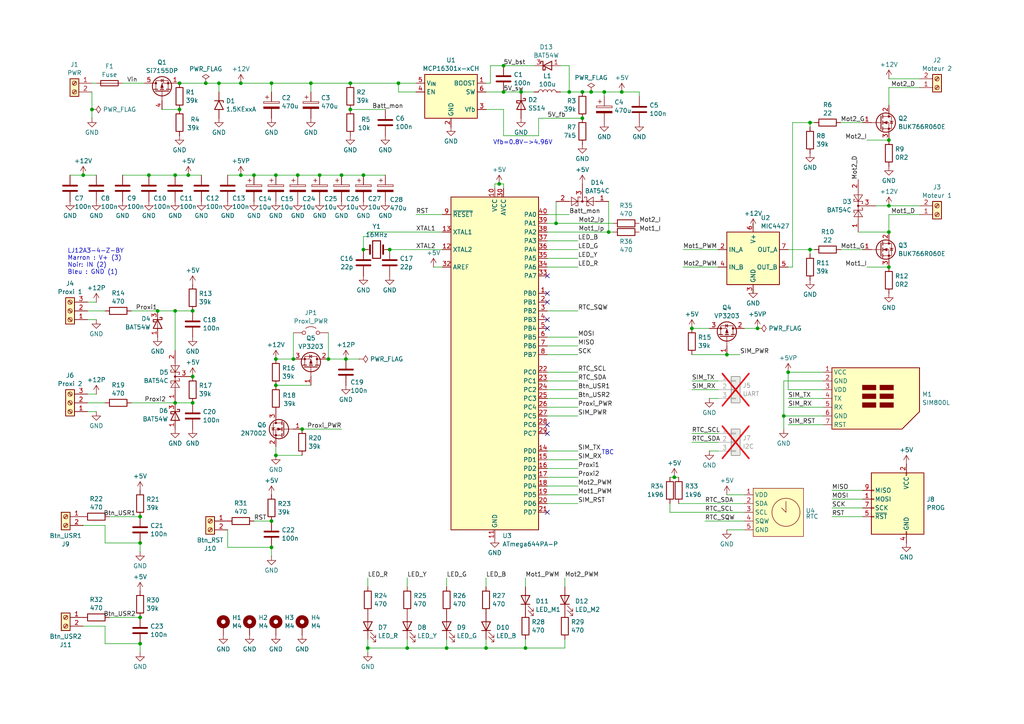
<source format=kicad_sch>
(kicad_sch (version 20231120) (generator "eeschema") (generator_version "8.0")
  (paper "A4")
  (title_block (title "Horse Feeder Ctrl") (date "2025-02-12") (rev "A") (company "Xavier B."))
  (junction (at 152.4 187.96))
  (junction (at 176.53 67.31))
  (junction (at 80.01 111.76))
  (junction (at 161.29 64.77))
  (junction (at 78.74 24.13))
  (junction (at 87.63 124.46))
  (junction (at 165.1 26.67))
  (junction (at 100.33 104.14))
  (junction (at 55.88 109.22))
  (junction (at 55.88 90.17))
  (junction (at 80.01 132.08))
  (junction (at 210.82 102.87))
  (junction (at 151.13 26.67))
  (junction (at 129.54 187.96))
  (junction (at 43.18 50.8))
  (junction (at 69.85 50.8))
  (junction (at 50.8 116.84))
  (junction (at 45.72 90.17))
  (junction (at 106.68 187.96))
  (junction (at 80.01 50.8))
  (junction (at 171.45 26.67))
  (junction (at 69.85 24.13))
  (junction (at 234.95 35.56))
  (junction (at 257.81 40.64))
  (junction (at 90.17 24.13))
  (junction (at 113.03 72.39))
  (junction (at 168.91 34.29))
  (junction (at 85.09 104.14))
  (junction (at 101.6 24.13))
  (junction (at 115.57 24.13))
  (junction (at 78.74 151.13))
  (junction (at 234.95 72.39))
  (junction (at 200.66 95.25))
  (junction (at 78.74 158.75))
  (junction (at 63.5 24.13))
  (junction (at 257.81 59.69))
  (junction (at 59.69 24.13))
  (junction (at 228.6 107.95))
  (junction (at 175.26 26.67))
  (junction (at 86.36 50.8))
  (junction (at 80.01 104.14))
  (junction (at 257.81 67.31))
  (junction (at 227.33 120.65))
  (junction (at 55.88 116.84))
  (junction (at 195.58 138.43))
  (junction (at 99.06 50.8))
  (junction (at 24.13 50.8))
  (junction (at 101.6 31.75))
  (junction (at 146.05 19.05))
  (junction (at 26.67 31.75))
  (junction (at 40.64 179.07))
  (junction (at 95.25 104.14))
  (junction (at 40.64 149.86))
  (junction (at 146.05 26.67))
  (junction (at 140.97 187.96))
  (junction (at 180.34 26.67))
  (junction (at 52.07 24.13))
  (junction (at 50.8 50.8))
  (junction (at 168.91 26.67))
  (junction (at 73.66 50.8))
  (junction (at 144.78 53.34))
  (junction (at 105.41 72.39))
  (junction (at 219.71 95.25))
  (junction (at 40.64 186.69))
  (junction (at 118.11 187.96))
  (junction (at 54.61 50.8))
  (junction (at 52.07 31.75))
  (junction (at 257.81 77.47))
  (junction (at 105.41 50.8))
  (junction (at 92.71 50.8))
  (junction (at 50.8 90.17))
  (junction (at 40.64 157.48))
  (no_connect (at 158.75 123.19))
  (no_connect (at 158.75 80.01))
  (no_connect (at 158.75 87.63))
  (no_connect (at 158.75 85.09))
  (no_connect (at 158.75 95.25))
  (no_connect (at 158.75 148.59))
  (no_connect (at 158.75 125.73))
  (no_connect (at 158.75 92.71))
  (wire (pts (xy 129.54 185.42) (xy 129.54 187.96)))
  (wire (pts (xy 140.97 167.64) (xy 140.97 170.18)))
  (wire (pts (xy 257.81 59.69) (xy 266.7 59.69)))
  (wire (pts (xy 31.75 179.07) (xy 40.64 179.07)))
  (wire (pts (xy 27.94 119.38) (xy 25.4 119.38)))
  (wire (pts (xy 161.29 64.77) (xy 177.8 64.77)))
  (wire (pts (xy 80.01 104.14) (xy 85.09 104.14)))
  (wire (pts (xy 106.68 187.96) (xy 118.11 187.96)))
  (wire (pts (xy 162.56 26.67) (xy 165.1 26.67)))
  (wire (pts (xy 80.01 50.8) (xy 86.36 50.8)))
  (wire (pts (xy 167.64 130.81) (xy 158.75 130.81)))
  (wire (pts (xy 198.12 72.39) (xy 208.28 72.39)))
  (wire (pts (xy 227.33 120.65) (xy 227.33 124.46)))
  (wire (pts (xy 210.82 143.51) (xy 215.9 143.51)))
  (wire (pts (xy 241.3 144.78) (xy 250.19 144.78)))
  (wire (pts (xy 167.64 100.33) (xy 158.75 100.33)))
  (wire (pts (xy 73.66 50.8) (xy 80.01 50.8)))
  (wire (pts (xy 162.56 19.05) (xy 165.1 19.05)))
  (wire (pts (xy 78.74 161.29) (xy 78.74 158.75)))
  (wire (pts (xy 125.73 77.47) (xy 128.27 77.47)))
  (wire (pts (xy 80.01 111.76) (xy 90.17 111.76)))
  (wire (pts (xy 80.01 132.08) (xy 80.01 129.54)))
  (wire (pts (xy 257.81 25.4) (xy 257.81 30.48)))
  (wire (pts (xy 238.76 113.03) (xy 228.6 113.03)))
  (wire (pts (xy 165.1 62.23) (xy 158.75 62.23)))
  (wire (pts (xy 113.03 72.39) (xy 128.27 72.39)))
  (wire (pts (xy 158.75 67.31) (xy 176.53 67.31)))
  (wire (pts (xy 167.64 138.43) (xy 158.75 138.43)))
  (wire (pts (xy 101.6 24.13) (xy 115.57 24.13)))
  (wire (pts (xy 30.48 186.69) (xy 40.64 186.69)))
  (wire (pts (xy 163.83 167.64) (xy 163.83 170.18)))
  (wire (pts (xy 30.48 152.4) (xy 24.13 152.4)))
  (wire (pts (xy 152.4 185.42) (xy 152.4 187.96)))
  (wire (pts (xy 195.58 138.43) (xy 196.85 138.43)))
  (wire (pts (xy 25.4 116.84) (xy 30.48 116.84)))
  (wire (pts (xy 63.5 24.13) (xy 69.85 24.13)))
  (wire (pts (xy 228.6 107.95) (xy 238.76 107.95)))
  (wire (pts (xy 266.7 25.4) (xy 257.81 25.4)))
  (wire (pts (xy 158.75 64.77) (xy 161.29 64.77)))
  (wire (pts (xy 143.51 53.34) (xy 143.51 54.61)))
  (wire (pts (xy 26.67 34.29) (xy 26.67 31.75)))
  (wire (pts (xy 238.76 110.49) (xy 227.33 110.49)))
  (wire (pts (xy 43.18 50.8) (xy 50.8 50.8)))
  (wire (pts (xy 180.34 26.67) (xy 175.26 26.67)))
  (wire (pts (xy 219.71 95.25) (xy 215.9 95.25)))
  (wire (pts (xy 175.26 26.67) (xy 171.45 26.67)))
  (wire (pts (xy 194.31 138.43) (xy 195.58 138.43)))
  (wire (pts (xy 229.87 35.56) (xy 234.95 35.56)))
  (wire (pts (xy 251.46 77.47) (xy 257.81 77.47)))
  (wire (pts (xy 167.64 143.51) (xy 158.75 143.51)))
  (wire (pts (xy 156.21 39.37) (xy 156.21 34.29)))
  (wire (pts (xy 50.8 90.17) (xy 55.88 90.17)))
  (wire (pts (xy 142.24 19.05) (xy 146.05 19.05)))
  (wire (pts (xy 31.75 149.86) (xy 40.64 149.86)))
  (wire (pts (xy 106.68 68.58) (xy 106.68 67.31)))
  (wire (pts (xy 227.33 120.65) (xy 238.76 120.65)))
  (wire (pts (xy 45.72 90.17) (xy 50.8 90.17)))
  (wire (pts (xy 40.64 189.23) (xy 40.64 186.69)))
  (wire (pts (xy 152.4 167.64) (xy 152.4 170.18)))
  (wire (pts (xy 163.83 187.96) (xy 163.83 185.42)))
  (wire (pts (xy 38.1 90.17) (xy 45.72 90.17)))
  (wire (pts (xy 129.54 167.64) (xy 129.54 170.18)))
  (wire (pts (xy 200.66 125.73) (xy 208.28 125.73)))
  (wire (pts (xy 27.94 92.71) (xy 25.4 92.71)))
  (wire (pts (xy 167.64 74.93) (xy 158.75 74.93)))
  (wire (pts (xy 118.11 185.42) (xy 118.11 187.96)))
  (wire (pts (xy 241.3 142.24) (xy 250.19 142.24)))
  (wire (pts (xy 257.81 22.86) (xy 266.7 22.86)))
  (wire (pts (xy 143.51 53.34) (xy 144.78 53.34)))
  (wire (pts (xy 146.05 31.75) (xy 146.05 39.37)))
  (wire (pts (xy 27.94 87.63) (xy 25.4 87.63)))
  (wire (pts (xy 234.95 73.66) (xy 234.95 72.39)))
  (wire (pts (xy 210.82 153.67) (xy 215.9 153.67)))
  (wire (pts (xy 140.97 187.96) (xy 152.4 187.96)))
  (wire (pts (xy 144.78 53.34) (xy 146.05 53.34)))
  (wire (pts (xy 167.64 113.03) (xy 158.75 113.03)))
  (wire (pts (xy 30.48 181.61) (xy 24.13 181.61)))
  (wire (pts (xy 167.64 140.97) (xy 158.75 140.97)))
  (wire (pts (xy 40.64 160.02) (xy 40.64 157.48)))
  (wire (pts (xy 140.97 26.67) (xy 146.05 26.67)))
  (wire (pts (xy 156.21 34.29) (xy 168.91 34.29)))
  (wire (pts (xy 176.53 58.42) (xy 176.53 67.31)))
  (wire (pts (xy 210.82 102.87) (xy 200.66 102.87)))
  (wire (pts (xy 20.32 50.8) (xy 24.13 50.8)))
  (wire (pts (xy 177.8 67.31) (xy 176.53 67.31)))
  (wire (pts (xy 25.4 90.17) (xy 30.48 90.17)))
  (wire (pts (xy 200.66 113.03) (xy 208.28 113.03)))
  (wire (pts (xy 85.09 96.52) (xy 85.09 104.14)))
  (wire (pts (xy 38.1 116.84) (xy 50.8 116.84)))
  (wire (pts (xy 200.66 95.25) (xy 205.74 95.25)))
  (wire (pts (xy 167.64 102.87) (xy 158.75 102.87)))
  (wire (pts (xy 236.22 72.39) (xy 234.95 72.39)))
  (wire (pts (xy 26.67 31.75) (xy 26.67 26.67)))
  (wire (pts (xy 24.13 50.8) (xy 27.94 50.8)))
  (wire (pts (xy 205.74 130.81) (xy 208.28 130.81)))
  (wire (pts (xy 146.05 39.37) (xy 156.21 39.37)))
  (wire (pts (xy 196.85 146.05) (xy 215.9 146.05)))
  (wire (pts (xy 35.56 50.8) (xy 43.18 50.8)))
  (wire (pts (xy 228.6 123.19) (xy 238.76 123.19)))
  (wire (pts (xy 30.48 152.4) (xy 30.48 157.48)))
  (wire (pts (xy 205.74 115.57) (xy 208.28 115.57)))
  (wire (pts (xy 115.57 26.67) (xy 120.65 26.67)))
  (wire (pts (xy 257.81 59.69) (xy 254 59.69)))
  (wire (pts (xy 171.45 26.67) (xy 168.91 26.67)))
  (wire (pts (xy 99.06 50.8) (xy 105.41 50.8)))
  (wire (pts (xy 59.69 24.13) (xy 63.5 24.13)))
  (wire (pts (xy 140.97 187.96) (xy 140.97 185.42)))
  (wire (pts (xy 50.8 90.17) (xy 50.8 101.6)))
  (wire (pts (xy 50.8 50.8) (xy 54.61 50.8)))
  (wire (pts (xy 228.6 115.57) (xy 238.76 115.57)))
  (wire (pts (xy 146.05 19.05) (xy 154.94 19.05)))
  (wire (pts (xy 218.44 83.82) (xy 218.44 85.09)))
  (wire (pts (xy 92.71 50.8) (xy 99.06 50.8)))
  (wire (pts (xy 167.64 115.57) (xy 158.75 115.57)))
  (wire (pts (xy 167.64 118.11) (xy 158.75 118.11)))
  (wire (pts (xy 80.01 132.08) (xy 87.63 132.08)))
  (wire (pts (xy 105.41 68.58) (xy 105.41 72.39)))
  (wire (pts (xy 95.25 96.52) (xy 95.25 104.14)))
  (wire (pts (xy 146.05 53.34) (xy 146.05 54.61)))
  (wire (pts (xy 266.7 62.23) (xy 257.81 62.23)))
  (wire (pts (xy 167.64 107.95) (xy 158.75 107.95)))
  (wire (pts (xy 158.75 120.65) (xy 167.64 120.65)))
  (wire (pts (xy 105.41 50.8) (xy 111.76 50.8)))
  (wire (pts (xy 194.31 148.59) (xy 215.9 148.59)))
  (wire (pts (xy 234.95 35.56) (xy 234.95 36.83)))
  (wire (pts (xy 251.46 40.64) (xy 257.81 40.64)))
  (wire (pts (xy 200.66 128.27) (xy 208.28 128.27)))
  (wire (pts (xy 167.64 135.89) (xy 158.75 135.89)))
  (wire (pts (xy 52.07 31.75) (xy 46.99 31.75)))
  (wire (pts (xy 30.48 181.61) (xy 30.48 186.69)))
  (wire (pts (xy 78.74 26.67) (xy 78.74 24.13)))
  (wire (pts (xy 167.64 110.49) (xy 158.75 110.49)))
  (wire (pts (xy 243.84 35.56) (xy 250.19 35.56)))
  (wire (pts (xy 210.82 102.87) (xy 214.63 102.87)))
  (wire (pts (xy 167.64 133.35) (xy 158.75 133.35)))
  (wire (pts (xy 69.85 50.8) (xy 73.66 50.8)))
  (wire (pts (xy 66.04 153.67) (xy 66.04 158.75)))
  (wire (pts (xy 106.68 185.42) (xy 106.68 187.96)))
  (wire (pts (xy 66.04 158.75) (xy 78.74 158.75)))
  (wire (pts (xy 35.56 24.13) (xy 41.91 24.13)))
  (wire (pts (xy 228.6 77.47) (xy 229.87 77.47)))
  (wire (pts (xy 54.61 50.8) (xy 58.42 50.8)))
  (wire (pts (xy 229.87 35.56) (xy 229.87 77.47)))
  (wire (pts (xy 73.66 151.13) (xy 78.74 151.13)))
  (wire (pts (xy 26.67 24.13) (xy 27.94 24.13)))
  (wire (pts (xy 99.06 124.46) (xy 87.63 124.46)))
  (wire (pts (xy 218.44 66.04) (xy 218.44 64.77)))
  (wire (pts (xy 152.4 187.96) (xy 163.83 187.96)))
  (wire (pts (xy 194.31 146.05) (xy 194.31 148.59)))
  (wire (pts (xy 66.04 50.8) (xy 69.85 50.8)))
  (wire (pts (xy 120.65 62.23) (xy 128.27 62.23)))
  (wire (pts (xy 167.64 146.05) (xy 158.75 146.05)))
  (wire (pts (xy 165.1 26.67) (xy 168.91 26.67)))
  (wire (pts (xy 241.3 147.32) (xy 250.19 147.32)))
  (wire (pts (xy 142.24 24.13) (xy 142.24 19.05)))
  (wire (pts (xy 227.33 110.49) (xy 227.33 120.65)))
  (wire (pts (xy 234.95 35.56) (xy 236.22 35.56)))
  (wire (pts (xy 63.5 24.13) (xy 63.5 26.67)))
  (wire (pts (xy 180.34 26.67) (xy 185.42 26.67)))
  (wire (pts (xy 228.6 118.11) (xy 238.76 118.11)))
  (wire (pts (xy 115.57 24.13) (xy 115.57 26.67)))
  (wire (pts (xy 161.29 58.42) (xy 161.29 64.77)))
  (wire (pts (xy 146.05 26.67) (xy 151.13 26.67)))
  (wire (pts (xy 100.33 104.14) (xy 104.14 104.14)))
  (wire (pts (xy 30.48 157.48) (xy 40.64 157.48)))
  (wire (pts (xy 129.54 187.96) (xy 140.97 187.96)))
  (wire (pts (xy 52.07 24.13) (xy 59.69 24.13)))
  (wire (pts (xy 257.81 62.23) (xy 257.81 67.31)))
  (wire (pts (xy 167.64 72.39) (xy 158.75 72.39)))
  (wire (pts (xy 106.68 167.64) (xy 106.68 170.18)))
  (wire (pts (xy 101.6 31.75) (xy 111.76 31.75)))
  (wire (pts (xy 118.11 167.64) (xy 118.11 170.18)))
  (wire (pts (xy 151.13 26.67) (xy 154.94 26.67)))
  (wire (pts (xy 175.26 27.94) (xy 175.26 26.67)))
  (wire (pts (xy 90.17 26.67) (xy 90.17 24.13)))
  (wire (pts (xy 204.47 151.13) (xy 215.9 151.13)))
  (wire (pts (xy 90.17 24.13) (xy 101.6 24.13)))
  (wire (pts (xy 78.74 24.13) (xy 90.17 24.13)))
  (wire (pts (xy 185.42 27.94) (xy 185.42 26.67)))
  (wire (pts (xy 95.25 104.14) (xy 100.33 104.14)))
  (wire (pts (xy 142.24 24.13) (xy 140.97 24.13)))
  (wire (pts (xy 198.12 77.47) (xy 208.28 77.47)))
  (wire (pts (xy 243.84 72.39) (xy 250.19 72.39)))
  (wire (pts (xy 106.68 189.23) (xy 106.68 187.96)))
  (wire (pts (xy 106.68 68.58) (xy 105.41 68.58)))
  (wire (pts (xy 140.97 31.75) (xy 146.05 31.75)))
  (wire (pts (xy 257.81 67.31) (xy 248.92 67.31)))
  (wire (pts (xy 165.1 19.05) (xy 165.1 26.67)))
  (wire (pts (xy 167.64 77.47) (xy 158.75 77.47)))
  (wire (pts (xy 27.94 114.3) (xy 25.4 114.3)))
  (wire (pts (xy 118.11 187.96) (xy 129.54 187.96)))
  (wire (pts (xy 241.3 149.86) (xy 250.19 149.86)))
  (wire (pts (xy 86.36 50.8) (xy 92.71 50.8)))
  (wire (pts (xy 200.66 110.49) (xy 208.28 110.49)))
  (wire (pts (xy 78.74 24.13) (xy 69.85 24.13)))
  (wire (pts (xy 115.57 24.13) (xy 120.65 24.13)))
  (wire (pts (xy 167.64 90.17) (xy 158.75 90.17)))
  (wire (pts (xy 106.68 67.31) (xy 128.27 67.31)))
  (wire (pts (xy 167.64 69.85) (xy 158.75 69.85)))
  (wire (pts (xy 167.64 97.79) (xy 158.75 97.79)))
  (wire (pts (xy 50.8 116.84) (xy 55.88 116.84)))
  (wire (pts (xy 228.6 113.03) (xy 228.6 107.95)))
  (wire (pts (xy 228.6 72.39) (xy 234.95 72.39)))
  (text "LJ12A3-4-Z-BY\nMarron : V+ (3)\nNoir: IN (2)\nBleu : GND (1)" (at 19.558 75.946 0) (effects (font (size 1.27 1.27)) (justify left)))
  (text "TBC" (at 176.276 131.318 0) (effects (font (size 1.27 1.27))))
  (text "Vfb=0.8V->4.96V" (at 151.638 41.402 0) (effects (font (size 1.27 1.27))))
  (label "Mot1_Ip" (at 175.26 67.31 180))
  (label "MOSI" (at 241.3 144.78 0))
  (label "Mot2_I" (at 251.46 40.64 180))
  (label "SIM_RX" (at 228.6 118.11 0))
  (label "SIM_RX" (at 167.64 133.35 0))
  (label "Proxi2" (at 41.91 116.84 0))
  (label "Mot2_G" (at 243.84 35.56 0))
  (label "Btn_USR2" (at 39.37 179.07 180))
  (label "RTC_SDA" (at 167.64 110.49 0))
  (label "Mot2_I" (at 185.42 64.77 0))
  (label "Proxi_PWR" (at 167.64 118.11 0))
  (label "LED_R" (at 167.64 77.47 0))
  (label "Vin" (at 36.83 24.13 0))
  (label "Mot2_PWM" (at 198.12 77.47 0))
  (label "XTAL2" (at 120.65 72.39 0))
  (label "MISO" (at 167.64 100.33 0))
  (label "Mot1_G" (at 243.84 72.39 0))
  (label "LED_B" (at 140.97 167.64 0))
  (label "Btn_USR1" (at 39.37 149.86 180))
  (label "LED_Y" (at 118.11 167.64 0))
  (label "SIM_RST" (at 167.64 146.05 0))
  (label "RST" (at 241.3 149.86 0))
  (label "RTC_SCL" (at 204.47 148.59 0))
  (label "Mot1_PWM" (at 167.64 143.51 0))
  (label "5V_bst" (at 146.05 19.05 0))
  (label "SIM_RST" (at 228.6 123.19 0))
  (label "Mot2_D" (at 265.43 25.4 180))
  (label "Proxi2" (at 167.64 138.43 0))
  (label "LED_Y" (at 167.64 74.93 0))
  (label "SIM_PWR" (at 214.63 102.87 0))
  (label "Mot2_Ip" (at 175.26 64.77 180))
  (label "Mot2_PWM" (at 167.64 140.97 0))
  (label "Btn_USR2" (at 167.64 115.57 0))
  (label "Proxi1" (at 167.64 135.89 0))
  (label "MISO" (at 241.3 142.24 0))
  (label "Btn_USR1" (at 167.64 113.03 0))
  (label "Mot1_D" (at 265.43 62.23 180))
  (label "Mot2_PWM" (at 163.83 167.64 0))
  (label "5V_fb" (at 158.75 34.29 0))
  (label "Batt_mon" (at 165.1 62.23 0))
  (label "RTC_SDA" (at 204.47 146.05 0))
  (label "Mot1_PWM" (at 152.4 167.64 0))
  (label "Proxi_PWR" (at 99.06 124.46 180))
  (label "XTAL1" (at 120.65 67.31 0))
  (label "SIM_RX" (at 200.66 113.03 0))
  (label "SIM_TX" (at 228.6 115.57 0))
  (label "RTC_SDA" (at 200.66 128.27 0))
  (label "Mot1_I" (at 251.46 77.47 180))
  (label "Mot2_D" (at 248.92 52.07 90))
  (label "LED_G" (at 129.54 167.64 0))
  (label "Mot1_PWM" (at 198.12 72.39 0))
  (label "Proxi1" (at 39.37 90.17 0))
  (label "RTC_SQW" (at 204.47 151.13 0))
  (label "SIM_TX" (at 200.66 110.49 0))
  (label "RTC_SCL" (at 200.66 125.73 0))
  (label "Mot1_I" (at 185.42 67.31 0))
  (label "5V_sw" (at 146.05 26.67 0))
  (label "RTC_SQW" (at 167.64 90.17 0))
  (label "LED_G" (at 167.64 72.39 0))
  (label "RTC_SCL" (at 167.64 107.95 0))
  (label "Batt_mon" (at 107.95 31.75 0))
  (label "LED_B" (at 167.64 69.85 0))
  (label "SCK" (at 241.3 147.32 0))
  (label "SCK" (at 167.64 102.87 0))
  (label "SIM_PWR" (at 167.64 120.65 0))
  (label "MOSI" (at 167.64 97.79 0))
  (label "SIM_TX" (at 167.64 130.81 0))
  (label "RST" (at 73.66 151.13 0))
  (label "LED_R" (at 106.68 167.64 0))
  (label "RST" (at 120.65 62.23 0))
  (symbol (lib_id "power:GND") (at 45.72 97.79 0) (unit 1)
    (property "Reference" "#PWR044" (effects (hide yes)))
    (property "Value" "GND" (at 45.72 101.9231 0))
    (property "Description" "Power symbol creates a global label with name \"GND\" , ground" (effects (hide yes)))
  )
  (symbol (lib_id "Regulator_Switching:MCP16301x-xCH") (at 130.81 26.67 0) (unit 1)
    (property "Reference" "U1" (at 130.81 17.4455 0))
    (property "Value" "MCP16301x-xCH" (at 130.81 19.8698 0))
    (property "Footprint" "Package_TO_SOT_SMD:SOT-23-6" (effects (hide yes)))
    (property "Datasheet" "http://ww1.microchip.com/downloads/en/DeviceDoc/20005004D.pdf" (effects (hide yes)))
    (property "Description" "1A, 4.0 to 30V Input, High Voltage Input integrated switch step-down regulator, SOT-23-6" (effects (hide yes)))
  )
  (symbol (lib_id "power:GND") (at 27.94 119.38 0) (unit 1)
    (property "Reference" "#PWR053" (effects (hide yes)))
    (property "Value" "GND" (at 27.94 123.5131 0))
    (property "Description" "Power symbol creates a global label with name \"GND\" , ground" (effects (hide yes)))
  )
  (symbol (lib_id "Connector:Screw_Terminal_01x02") (at 271.78 25.4 0) (mirror x) (unit 1)
    (property "Reference" "J2" (at 271.78 17.4455 0))
    (property "Value" "Moteur 2" (at 271.78 19.8698 0))
    (property "Footprint" "footprints:TerminalBlock_bornier-2_P5.08mm" (effects (hide yes)))
    (property "Description" "Generic screw terminal, single row, 01x02, script generated (kicad-library-utils/schlib/autogen/connector/)" (effects (hide yes)))
  )
  (symbol (lib_id "Device:C") (at 40.64 153.67 0) (unit 1)
    (property "Reference" "C21" (at 43.561 152.4578 0) (effects (justify left)))
    (property "Value" "100n" (at 43.561 154.8821 0) (effects (justify left)))
    (property "Footprint" "Capacitor_SMD:C_0805_2012Metric_Pad1.18x1.45mm_HandSolder" (effects (hide yes)))
    (property "Description" "Unpolarized capacitor" (effects (hide yes)))
  )
  (symbol (lib_id "power:GND") (at 66.04 58.42 0) (mirror y) (unit 1)
    (property "Reference" "#PWR028" (effects (hide yes)))
    (property "Value" "GND" (at 66.04 62.5531 0))
    (property "Description" "Power symbol creates a global label with name \"GND\" , ground" (effects (hide yes)))
  )
  (symbol (lib_id "Device:R") (at 40.64 175.26 0) (unit 1)
    (property "Reference" "R30" (at 42.418 174.0478 0) (effects (justify left)))
    (property "Value" "39k" (at 42.418 176.4721 0) (effects (justify left)))
    (property "Footprint" "Resistor_SMD:R_0805_2012Metric_Pad1.20x1.40mm_HandSolder" (effects (hide yes)))
    (property "Description" "Resistor" (effects (hide yes)))
  )
  (symbol (lib_id "Device:C") (at 105.41 76.2 0) (unit 1)
    (property "Reference" "C16" (at 102.489 74.9878 0) (effects (justify right)))
    (property "Value" "22p" (at 102.489 77.4121 0) (effects (justify right)))
    (property "Footprint" "Capacitor_SMD:C_0603_1608Metric_Pad1.08x0.95mm_HandSolder" (effects (hide yes)))
    (property "Description" "Unpolarized capacitor" (effects (hide yes)))
  )
  (symbol (lib_id "Device:L") (at 158.75 26.67 90) (unit 1)
    (property "Reference" "L1" (at 158.75 22.0202 90))
    (property "Value" "100u" (at 158.75 24.4445 90))
    (property "Footprint" "footprints:LPC4545" (effects (hide yes)))
    (property "Description" "Inductor" (effects (hide yes)))
  )
  (symbol (lib_id "power:GND") (at 78.74 161.29 0) (unit 1)
    (property "Reference" "#PWR068" (effects (hide yes)))
    (property "Value" "GND" (at 78.74 165.4231 0))
    (property "Description" "Power symbol creates a global label with name \"GND\" , ground" (effects (hide yes)))
  )
  (symbol (lib_id "power:+5V") (at 54.61 50.8 0) (unit 1)
    (property "Reference" "#PWR019" (effects (hide yes)))
    (property "Value" "+5V" (at 54.61 46.6669 0))
    (property "Description" "Power symbol creates a global label with name \"+5V\"" (effects (hide yes)))
  )
  (symbol (lib_id "power:GND") (at 58.42 58.42 0) (mirror y) (unit 1)
    (property "Reference" "#PWR027" (effects (hide yes)))
    (property "Value" "GND" (at 58.42 62.5531 0))
    (property "Description" "Power symbol creates a global label with name \"GND\" , ground" (effects (hide yes)))
  )
  (symbol (lib_id "power:+5VP") (at 228.6 107.95 0) (unit 1)
    (property "Reference" "#PWR048" (effects (hide yes)))
    (property "Value" "+5VP" (at 228.6 103.8169 0))
    (property "Description" "Power symbol creates a global label with name \"+5VP\"" (effects (hide yes)))
  )
  (symbol (lib_id "power:GND") (at 27.94 92.71 0) (unit 1)
    (property "Reference" "#PWR041" (effects (hide yes)))
    (property "Value" "GND" (at 27.94 96.8431 0))
    (property "Description" "Power symbol creates a global label with name \"GND\" , ground" (effects (hide yes)))
  )
  (symbol (lib_id "power:GND") (at 218.44 83.82 0) (mirror y) (unit 1)
    (property "Reference" "#PWR036" (effects (hide yes)))
    (property "Value" "GND" (at 218.44 87.9531 0))
    (property "Description" "Power symbol creates a global label with name \"GND\" , ground" (effects (hide yes)))
  )
  (symbol (lib_id "Device:C_Polarized") (at 80.01 54.61 0) (unit 1)
    (property "Reference" "C15" (at 81.28 57.658 0) (effects (justify left)))
    (property "Value" "10u" (at 81.28 60.0823 0) (effects (justify left)))
    (property "Footprint" "Capacitor_SMD:C_0805_2012Metric_Pad1.18x1.45mm_HandSolder" (effects (hide yes)))
    (property "Description" "Polarized capacitor" (effects (hide yes)))
  )
  (symbol (lib_id "Jumper:Jumper_2_Open") (at 90.17 96.52 0) (unit 1) (exclude_from_sim yes)
    (property "Reference" "JP1" (at 90.17 90.7245 0))
    (property "Value" "Proxi_PWR" (at 90.17 93.1488 0))
    (property "Footprint" "Jumper:SolderJumper-2_P1.3mm_Open_RoundedPad1.0x1.5mm" (effects (hide yes)))
    (property "Description" "Jumper, 2-pole, open" (effects (hide yes)))
  )
  (symbol (lib_id "Transistor_FET:Si7141DP") (at 46.99 26.67 90) (unit 1)
    (property "Reference" "Q1" (at 46.99 18.0805 90))
    (property "Value" "Si7155DP" (at 46.99 20.5048 90))
    (property "Footprint" "Package_SO:PowerPAK_SO-8_Single" (effects (hide yes)))
    (property "Datasheet" "https://www.vishay.com/docs/65596/si7141dp.pdf" (effects (hide yes)))
    (property "Description" "-60A Id, -20V Vds, 1.9 mOhm Ron, PowerPAK-8" (effects (hide yes)))
  )
  (symbol (lib_id "Mechanical:MountingHole_Pad") (at 72.39 181.61 0) (unit 1) (exclude_from_sim yes) (in_bom no)
    (property "Reference" "H2" (at 74.93 179.1278 0) (effects (justify left)))
    (property "Value" "M4" (at 74.93 181.5521 0) (effects (justify left)))
    (property "Footprint" "MountingHole:MountingHole_4.3mm_M4_Pad_Via" (effects (hide yes)))
    (property "Description" "Mounting Hole with connection" (effects (hide yes)))
  )
  (symbol (lib_id "Device:LED") (at 163.83 173.99 90) (unit 1)
    (property "Reference" "D12" (at 166.751 174.3653 90) (effects (justify right)))
    (property "Value" "LED_M2" (at 166.751 176.7896 90) (effects (justify right)))
    (property "Footprint" "LED_SMD:LED_0805_2012Metric" (effects (hide yes)))
    (property "Description" "Light emitting diode" (effects (hide yes)))
  )
  (symbol (lib_id "Connector_Generic:Conn_01x03") (at 213.36 113.03 0) (unit 1) (dnp yes)
    (property "Reference" "J5" (at 215.392 111.8178 0) (effects (justify left)))
    (property "Value" "UART" (at 215.392 114.2421 0) (effects (justify left)))
    (property "Footprint" "Connector_PinHeader_2.54mm:PinHeader_1x03_P2.54mm_Vertical" (effects (hide yes)))
    (property "Description" "Generic connector, single row, 01x03, script generated (kicad-library-utils/schlib/autogen/connector/)" (effects (hide yes)))
  )
  (symbol (lib_id "Device:R") (at 234.95 77.47 0) (mirror y) (unit 1)
    (property "Reference" "R11" (at 236.728 76.2578 0) (effects (justify right)))
    (property "Value" "39k" (at 236.728 78.6821 0) (effects (justify right)))
    (property "Footprint" "Resistor_SMD:R_0805_2012Metric_Pad1.20x1.40mm_HandSolder" (effects (hide yes)))
    (property "Description" "Resistor" (effects (hide yes)))
  )
  (symbol (lib_id "Diode:SS14") (at 151.13 30.48 270) (unit 1)
    (property "Reference" "D2" (at 153.162 28.9503 90) (effects (justify left)))
    (property "Value" "SS14" (at 153.162 31.3746 90) (effects (justify left)))
    (property "Footprint" "Diode_SMD:D_SMA" (effects (hide yes)))
    (property "Datasheet" "https://www.vishay.com/docs/88746/ss12.pdf" (effects (hide yes)))
    (property "Description" "40V 1A Schottky Diode, SMA" (effects (hide yes)))
  )
  (symbol (lib_id "power:GND") (at 64.77 184.15 0) (unit 1)
    (property "Reference" "#PWR071" (effects (hide yes)))
    (property "Value" "GND" (at 64.77 188.2831 0))
    (property "Description" "Power symbol creates a global label with name \"GND\" , ground" (effects (hide yes)))
  )
  (symbol (lib_id "power:PWR_FLAG") (at 219.71 95.25 270) (unit 1)
    (property "Reference" "#FLG05" (effects (hide yes)))
    (property "Value" "PWR_FLAG" (at 222.885 95.25 90) (effects (justify left)))
    (property "Description" "Special symbol for telling ERC where power comes from" (effects (hide yes)))
  )
  (symbol (lib_id "Diode:BAT54C") (at 168.91 58.42 180) (unit 1)
    (property "Reference" "D14" (at 173.228 52.9477 0))
    (property "Value" "BAT54C" (at 173.228 55.372 0))
    (property "Footprint" "Package_TO_SOT_SMD:SOT-23" (effects (hide yes)))
    (property "Datasheet" "http://www.diodes.com/_files/datasheets/ds11005.pdf" (effects (hide yes)))
    (property "Description" "dual schottky barrier diode, common cathode" (effects (hide yes)))
  )
  (symbol (lib_id "Device:R") (at 52.07 35.56 0) (mirror x) (unit 1)
    (property "Reference" "R4" (at 57.912 34.6597 0) (effects (justify right)))
    (property "Value" "39k" (at 57.912 37.084 0) (effects (justify right)))
    (property "Footprint" "Resistor_SMD:R_0805_2012Metric_Pad1.20x1.40mm_HandSolder" (effects (hide yes)))
    (property "Description" "Resistor" (effects (hide yes)))
  )
  (symbol (lib_id "Device:LED") (at 106.68 181.61 90) (unit 1)
    (property "Reference" "D7" (at 109.601 181.9853 90) (effects (justify right)))
    (property "Value" "LED_R" (at 109.601 184.4096 90) (effects (justify right)))
    (property "Footprint" "LED_THT:LED_D5.0mm" (effects (hide yes)))
    (property "Description" "Light emitting diode" (effects (hide yes)))
  )
  (symbol (lib_id "Device:C") (at 40.64 182.88 0) (unit 1)
    (property "Reference" "C23" (at 43.561 181.6678 0) (effects (justify left)))
    (property "Value" "100n" (at 43.561 184.0921 0) (effects (justify left)))
    (property "Footprint" "Capacitor_SMD:C_0805_2012Metric_Pad1.18x1.45mm_HandSolder" (effects (hide yes)))
    (property "Description" "Unpolarized capacitor" (effects (hide yes)))
  )
  (symbol (lib_id "MCU_Microchip_ATmega:ATmega644PA-P") (at 143.51 105.41 0) (unit 1)
    (property "Reference" "U3" (at 145.7041 155.3901 0) (effects (justify left)))
    (property "Value" "ATmega644PA-P" (at 145.7041 157.8144 0) (effects (justify left)))
    (property "Footprint" "Package_DIP:DIP-40_W15.24mm" (effects (hide yes)))
    (property "Datasheet" "http://ww1.microchip.com/downloads/en/DeviceDoc/Atmel-8272-8-bit-AVR-microcontroller-ATmega164A_PA-324A_PA-644A_PA-1284_P_datasheet.pdf" (effects (hide yes)))
    (property "Description" "20MHz, 64kB Flash, 4kB SRAM, 2kB EEPROM, JTAG, DIP-40" (effects (hide yes)))
  )
  (symbol (lib_id "power:GND") (at 40.64 160.02 0) (unit 1)
    (property "Reference" "#PWR065" (effects (hide yes)))
    (property "Value" "GND" (at 40.64 164.1531 0))
    (property "Description" "Power symbol creates a global label with name \"GND\" , ground" (effects (hide yes)))
  )
  (symbol (lib_id "Mechanical:MountingHole_Pad") (at 87.63 181.61 0) (unit 1) (exclude_from_sim yes) (in_bom no)
    (property "Reference" "H4" (at 90.17 179.1278 0) (effects (justify left)))
    (property "Value" "M4" (at 90.17 181.5521 0) (effects (justify left)))
    (property "Footprint" "MountingHole:MountingHole_4.3mm_M4_Pad_Via" (effects (hide yes)))
    (property "Description" "Mounting Hole with connection" (effects (hide yes)))
  )
  (symbol (lib_id "power:+5V") (at 40.64 142.24 0) (unit 1)
    (property "Reference" "#PWR060" (effects (hide yes)))
    (property "Value" "+5V" (at 40.64 138.1069 0))
    (property "Description" "Power symbol creates a global label with name \"+5V\"" (effects (hide yes)))
  )
  (symbol (lib_id "power:GND") (at 185.42 35.56 0) (mirror y) (unit 1)
    (property "Reference" "#PWR010" (effects (hide yes)))
    (property "Value" "GND" (at 185.42 39.6931 0))
    (property "Description" "Power symbol creates a global label with name \"GND\" , ground" (effects (hide yes)))
  )
  (symbol (lib_id "power:GND") (at 92.71 58.42 0) (mirror y) (unit 1)
    (property "Reference" "#PWR077" (effects (hide yes)))
    (property "Value" "GND" (at 92.71 62.5531 0))
    (property "Description" "Power symbol creates a global label with name \"GND\" , ground" (effects (hide yes)))
  )
  (symbol (lib_id "power:GND") (at 63.5 34.29 0) (mirror y) (unit 1)
    (property "Reference" "#PWR05" (effects (hide yes)))
    (property "Value" "GND" (at 63.5 38.4231 0))
    (property "Description" "Power symbol creates a global label with name \"GND\" , ground" (effects (hide yes)))
  )
  (symbol (lib_id "Device:C") (at 111.76 35.56 0) (unit 1)
    (property "Reference" "C6" (at 114.681 34.3478 0) (effects (justify left)))
    (property "Value" "100n" (at 114.681 36.7721 0) (effects (justify left)))
    (property "Footprint" "Capacitor_SMD:C_0805_2012Metric_Pad1.18x1.45mm_HandSolder" (effects (hide yes)))
    (property "Description" "Unpolarized capacitor" (effects (hide yes)))
  )
  (symbol (lib_id "Device:R") (at 257.81 81.28 0) (mirror y) (unit 1)
    (property "Reference" "R12" (at 259.588 80.0678 0) (effects (justify right)))
    (property "Value" "0R2" (at 259.588 82.4921 0) (effects (justify right)))
    (property "Footprint" "Resistor_SMD:R_1210_3225Metric_Pad1.30x2.65mm_HandSolder" (effects (hide yes)))
    (property "Description" "Resistor" (effects (hide yes)))
  )
  (symbol (lib_id "power:+5V") (at 168.91 53.34 0) (unit 1)
    (property "Reference" "#PWR081" (effects (hide yes)))
    (property "Value" "+5V" (at 168.91 49.2069 0))
    (property "Description" "Power symbol creates a global label with name \"+5V\"" (effects (hide yes)))
  )
  (symbol (lib_id "Device:R") (at 181.61 67.31 90) (unit 1)
    (property "Reference" "R36" (at 181.61 70.0461 90))
    (property "Value" "470" (at 181.61 72.4704 90))
    (property "Footprint" "Resistor_SMD:R_0805_2012Metric_Pad1.20x1.40mm_HandSolder" (effects (hide yes)))
    (property "Description" "Resistor" (effects (hide yes)))
  )
  (symbol (lib_id "Device:LED") (at 152.4 173.99 90) (unit 1)
    (property "Reference" "D11" (at 155.321 174.3653 90) (effects (justify right)))
    (property "Value" "LED_M1" (at 155.321 176.7896 90) (effects (justify right)))
    (property "Footprint" "LED_SMD:LED_0805_2012Metric" (effects (hide yes)))
    (property "Description" "Light emitting diode" (effects (hide yes)))
  )
  (symbol (lib_id "power:+12V") (at 24.13 50.8 0) (unit 1)
    (property "Reference" "#PWR018" (effects (hide yes)))
    (property "Value" "+12V" (at 24.13 46.6669 0))
    (property "Description" "Power symbol creates a global label with name \"+12V\"" (effects (hide yes)))
  )
  (symbol (lib_id "Device:C_Polarized") (at 111.76 54.61 0) (unit 1)
    (property "Reference" "C28" (at 113.03 57.912 0) (effects (justify left)))
    (property "Value" "470u" (at 113.03 60.3363 0) (effects (justify left)))
    (property "Footprint" "Capacitor_THT:CP_Radial_D12.5mm_P5.00mm" (effects (hide yes)))
    (property "Description" "Polarized capacitor" (effects (hide yes)))
  )
  (symbol (lib_id "power:+12V") (at 257.81 22.86 0) (mirror y) (unit 1)
    (property "Reference" "#PWR01" (effects (hide yes)))
    (property "Value" "+12V" (at 257.81 18.7269 0))
    (property "Description" "Power symbol creates a global label with name \"+12V\"" (effects (hide yes)))
  )
  (symbol (lib_id "Device:C") (at 185.42 31.75 0) (unit 1)
    (property "Reference" "C5" (at 188.341 30.5378 0) (effects (justify left)))
    (property "Value" "100n" (at 188.341 32.9621 0) (effects (justify left)))
    (property "Footprint" "Capacitor_SMD:C_0805_2012Metric_Pad1.18x1.45mm_HandSolder" (effects (hide yes)))
    (property "Description" "Unpolarized capacitor" (effects (hide yes)))
  )
  (symbol (lib_id "power:GND") (at 143.51 156.21 0) (unit 1)
    (property "Reference" "#PWR063" (effects (hide yes)))
    (property "Value" "GND" (at 143.51 160.3431 0))
    (property "Description" "Power symbol creates a global label with name \"GND\" , ground" (effects (hide yes)))
  )
  (symbol (lib_id "Device:C") (at 100.33 107.95 0) (unit 1)
    (property "Reference" "C19" (at 101.6 110.8597 0) (effects (justify left)))
    (property "Value" "100n" (at 101.6 113.284 0) (effects (justify left)))
    (property "Footprint" "Capacitor_SMD:C_0805_2012Metric_Pad1.18x1.45mm_HandSolder" (effects (hide yes)))
    (property "Description" "Unpolarized capacitor" (effects (hide yes)))
  )
  (symbol (lib_id "Device:C") (at 43.18 54.61 0) (unit 1)
    (property "Reference" "C10" (at 44.45 57.5197 0) (effects (justify left)))
    (property "Value" "100n" (at 44.45 59.944 0) (effects (justify left)))
    (property "Footprint" "Capacitor_SMD:C_0805_2012Metric_Pad1.18x1.45mm_HandSolder" (effects (hide yes)))
    (property "Description" "Unpolarized capacitor" (effects (hide yes)))
  )
  (symbol (lib_id "Device:R") (at 69.85 151.13 90) (unit 1)
    (property "Reference" "R31" (at 69.85 145.9695 90))
    (property "Value" "470" (at 69.85 148.3938 90))
    (property "Footprint" "Resistor_SMD:R_0805_2012Metric_Pad1.20x1.40mm_HandSolder" (effects (hide yes)))
    (property "Description" "Resistor" (effects (hide yes)))
  )
  (symbol (lib_id "Device:C") (at 55.88 93.98 0) (unit 1)
    (property "Reference" "C18" (at 58.801 92.7678 0) (effects (justify left)))
    (property "Value" "100n" (at 58.801 95.1921 0) (effects (justify left)))
    (property "Footprint" "Capacitor_SMD:C_0805_2012Metric_Pad1.18x1.45mm_HandSolder" (effects (hide yes)))
    (property "Description" "Unpolarized capacitor" (effects (hide yes)))
  )
  (symbol (lib_id "Device:C_Polarized") (at 175.26 31.75 0) (unit 1)
    (property "Reference" "C4" (at 178.181 29.6488 0) (effects (justify left)))
    (property "Value" "470u" (at 178.181 32.0731 0) (effects (justify left)))
    (property "Footprint" "Capacitor_THT:CP_Radial_D12.5mm_P5.00mm" (effects (hide yes)))
    (property "Description" "Polarized capacitor" (effects (hide yes)))
  )
  (symbol (lib_id "Device:LED") (at 129.54 181.61 90) (unit 1)
    (property "Reference" "D9" (at 132.461 181.9853 90) (effects (justify right)))
    (property "Value" "LED_G" (at 132.461 184.4096 90) (effects (justify right)))
    (property "Footprint" "LED_THT:LED_D5.0mm" (effects (hide yes)))
    (property "Description" "Light emitting diode" (effects (hide yes)))
  )
  (symbol (lib_id "Connector:Screw_Terminal_01x03") (at 20.32 90.17 180) (unit 1)
    (property "Reference" "J4" (at 20.32 82.2155 0))
    (property "Value" "Proxi 1" (at 20.32 84.6398 0))
    (property "Footprint" "footprints:282834-3" (effects (hide yes)))
    (property "Description" "Generic screw terminal, single row, 01x03, script generated (kicad-library-utils/schlib/autogen/connector/)" (effects (hide yes)))
  )
  (symbol (lib_id "power:GND") (at 43.18 58.42 0) (mirror y) (unit 1)
    (property "Reference" "#PWR025" (effects (hide yes)))
    (property "Value" "GND" (at 43.18 62.5531 0))
    (property "Description" "Power symbol creates a global label with name \"GND\" , ground" (effects (hide yes)))
  )
  (symbol (lib_id "power:GND") (at 111.76 58.42 0) (mirror y) (unit 1)
    (property "Reference" "#PWR080" (effects (hide yes)))
    (property "Value" "GND" (at 111.76 62.5531 0))
    (property "Description" "Power symbol creates a global label with name \"GND\" , ground" (effects (hide yes)))
  )
  (symbol (lib_id "Connector:Screw_Terminal_01x02") (at 19.05 179.07 0) (mirror y) (unit 1)
    (property "Reference" "J11" (at 19.05 187.0245 0))
    (property "Value" "Btn_USR2" (at 19.05 184.6002 0))
    (property "Footprint" "footprints:TerminalBlock_bornier-2_P5.08mm" (effects (hide yes)))
    (property "Description" "Generic screw terminal, single row, 01x02, script generated (kicad-library-utils/schlib/autogen/connector/)" (effects (hide yes)))
  )
  (symbol (lib_id "power:+5V") (at 195.58 138.43 0) (unit 1)
    (property "Reference" "#PWR075" (effects (hide yes)))
    (property "Value" "+5V" (at 195.58 134.2969 0))
    (property "Description" "Power symbol creates a global label with name \"+5V\"" (effects (hide yes)))
  )
  (symbol (lib_id "power:GND") (at 80.01 132.08 0) (unit 1)
    (property "Reference" "#PWR058" (effects (hide yes)))
    (property "Value" "GND" (at 80.01 136.2131 0))
    (property "Description" "Power symbol creates a global label with name \"GND\" , ground" (effects (hide yes)))
  )
  (symbol (lib_id "power:GND") (at 106.68 189.23 0) (unit 1)
    (property "Reference" "#PWR070" (effects (hide yes)))
    (property "Value" "GND" (at 106.68 193.3631 0))
    (property "Description" "Power symbol creates a global label with name \"GND\" , ground" (effects (hide yes)))
  )
  (symbol (lib_id "power:+5V") (at 200.66 95.25 0) (unit 1)
    (property "Reference" "#PWR042" (effects (hide yes)))
    (property "Value" "+5V" (at 200.66 91.1169 0))
    (property "Description" "Power symbol creates a global label with name \"+5V\"" (effects (hide yes)))
  )
  (symbol (lib_id "power:GND") (at 227.33 124.46 0) (unit 1)
    (property "Reference" "#PWR056" (effects (hide yes)))
    (property "Value" "GND" (at 227.33 128.5931 0))
    (property "Description" "Power symbol creates a global label with name \"GND\" , ground" (effects (hide yes)))
  )
  (symbol (lib_id "Device:C") (at 55.88 120.65 0) (unit 1)
    (property "Reference" "C20" (at 58.801 119.4378 0) (effects (justify left)))
    (property "Value" "100n" (at 58.801 121.8621 0) (effects (justify left)))
    (property "Footprint" "Capacitor_SMD:C_0805_2012Metric_Pad1.18x1.45mm_HandSolder" (effects (hide yes)))
    (property "Description" "Unpolarized capacitor" (effects (hide yes)))
  )
  (symbol (lib_id "power:GND") (at 80.01 184.15 0) (unit 1)
    (property "Reference" "#PWR073" (effects (hide yes)))
    (property "Value" "GND" (at 80.01 188.2831 0))
    (property "Description" "Power symbol creates a global label with name \"GND\" , ground" (effects (hide yes)))
  )
  (symbol (lib_id "Device:R") (at 140.97 173.99 0) (unit 1)
    (property "Reference" "R27" (at 142.748 172.7778 0) (effects (justify left)))
    (property "Value" "470" (at 142.748 175.2021 0) (effects (justify left)))
    (property "Footprint" "Resistor_SMD:R_0805_2012Metric_Pad1.20x1.40mm_HandSolder" (effects (hide yes)))
    (property "Description" "Resistor" (effects (hide yes)))
  )
  (symbol (lib_id "Device:R") (at 181.61 64.77 90) (unit 1)
    (property "Reference" "R35" (at 181.61 59.6095 90))
    (property "Value" "470" (at 181.61 62.0338 90))
    (property "Footprint" "Resistor_SMD:R_0805_2012Metric_Pad1.20x1.40mm_HandSolder" (effects (hide yes)))
    (property "Description" "Resistor" (effects (hide yes)))
  )
  (symbol (lib_id "Diode:1.5KExxA") (at 63.5 30.48 270) (unit 1)
    (property "Reference" "D1" (at 65.532 29.2678 90) (effects (justify left)))
    (property "Value" "1.5KExxA" (at 65.532 31.6921 90) (effects (justify left)))
    (property "Footprint" "Diode_THT:D_DO-201AE_P15.24mm_Horizontal" (effects (hide yes)))
    (property "Datasheet" "https://www.vishay.com/docs/88301/15ke.pdf" (effects (hide yes)))
    (property "Description" "1500W unidirectional TVS diode, DO-201AE" (effects (hide yes)))
  )
  (symbol (lib_id "power:GND") (at 113.03 80.01 0) (mirror y) (unit 1)
    (property "Reference" "#PWR035" (effects (hide yes)))
    (property "Value" "GND" (at 113.03 84.1431 0))
    (property "Description" "Power symbol creates a global label with name \"GND\" , ground" (effects (hide yes)))
  )
  (symbol (lib_id "Mechanical:MountingHole_Pad") (at 64.77 181.61 0) (unit 1) (exclude_from_sim yes) (in_bom no)
    (property "Reference" "H1" (at 67.31 179.1278 0) (effects (justify left)))
    (property "Value" "M4" (at 67.31 181.5521 0) (effects (justify left)))
    (property "Footprint" "MountingHole:MountingHole_4.3mm_M4_Pad_Via" (effects (hide yes)))
    (property "Description" "Mounting Hole with connection" (effects (hide yes)))
  )
  (symbol (lib_id "power:+5V") (at 55.88 109.22 0) (unit 1)
    (property "Reference" "#PWR049" (effects (hide yes)))
    (property "Value" "+5V" (at 55.88 105.0869 0))
    (property "Description" "Power symbol creates a global label with name \"+5V\"" (effects (hide yes)))
  )
  (symbol (lib_id "power:GND") (at 87.63 184.15 0) (unit 1)
    (property "Reference" "#PWR074" (effects (hide yes)))
    (property "Value" "GND" (at 87.63 188.2831 0))
    (property "Description" "Power symbol creates a global label with name \"GND\" , ground" (effects (hide yes)))
  )
  (symbol (lib_id "power:+12P") (at 27.94 114.3 0) (unit 1)
    (property "Reference" "#PWR051" (effects (hide yes)))
    (property "Value" "+12P" (at 27.94 110.1669 0))
    (property "Description" "Power symbol creates a global label with name \"+12P\"" (effects (hide yes)))
  )
  (symbol (lib_id "power:+12P") (at 27.94 87.63 0) (unit 1)
    (property "Reference" "#PWR040" (effects (hide yes)))
    (property "Value" "+12P" (at 27.94 83.4969 0))
    (property "Description" "Power symbol creates a global label with name \"+12P\"" (effects (hide yes)))
  )
  (symbol (lib_id "Device:R") (at 101.6 27.94 0) (mirror x) (unit 1)
    (property "Reference" "R2" (at 103.378 26.7278 0) (effects (justify left)))
    (property "Value" "39k" (at 103.378 29.1521 0) (effects (justify left)))
    (property "Footprint" "Resistor_SMD:R_0805_2012Metric_Pad1.20x1.40mm_HandSolder" (effects (hide yes)))
    (property "Description" "Resistor" (effects (hide yes)))
  )
  (symbol (lib_id "power:GND") (at 257.81 85.09 0) (mirror y) (unit 1)
    (property "Reference" "#PWR039" (effects (hide yes)))
    (property "Value" "GND" (at 257.81 89.2231 0))
    (property "Description" "Power symbol creates a global label with name \"GND\" , ground" (effects (hide yes)))
  )
  (symbol (lib_id "Device:Q_NMOS_GDS") (at 255.27 72.39 0) (unit 1)
    (property "Reference" "Q3" (at 260.477 71.1778 0) (effects (justify left)))
    (property "Value" "BUK766R060E" (at 260.477 73.6021 0) (effects (justify left)))
    (property "Footprint" "Package_TO_SOT_SMD:TO-263-2" (effects (hide yes)))
    (property "Description" "N-MOSFET transistor, gate/drain/source" (effects (hide yes)))
  )
  (symbol (lib_id "Device:R") (at 34.29 116.84 90) (unit 1)
    (property "Reference" "R19" (at 34.29 111.6795 90))
    (property "Value" "470" (at 34.29 114.1038 90))
    (property "Footprint" "Resistor_SMD:R_0805_2012Metric_Pad1.20x1.40mm_HandSolder" (effects (hide yes)))
    (property "Description" "Resistor" (effects (hide yes)))
  )
  (symbol (lib_id "power:GND") (at 257.81 48.26 0) (mirror y) (unit 1)
    (property "Reference" "#PWR017" (effects (hide yes)))
    (property "Value" "GND" (at 257.81 52.3931 0))
    (property "Description" "Power symbol creates a global label with name \"GND\" , ground" (effects (hide yes)))
  )
  (symbol (lib_id "_MYLIBRARY:DS3231_RTC_module") (at 226.06 148.59 0) (mirror y) (unit 1)
    (property "Reference" "U4" (at 233.68 148.1208 0) (effects (justify right)))
    (property "Value" "RTC" (at 233.68 149.8022 0) (effects (justify right)))
    (property "Footprint" "footprints:DS3231_RTC_module" (effects (hide yes)))
  )
  (symbol (lib_id "power:GND") (at 50.8 124.46 0) (unit 1)
    (property "Reference" "#PWR054" (effects (hide yes)))
    (property "Value" "GND" (at 50.8 128.5931 0))
    (property "Description" "Power symbol creates a global label with name \"GND\" , ground" (effects (hide yes)))
  )
  (symbol (lib_id "power:GND") (at 234.95 44.45 0) (mirror y) (unit 1)
    (property "Reference" "#PWR016" (effects (hide yes)))
    (property "Value" "GND" (at 234.95 48.5831 0))
    (property "Description" "Power symbol creates a global label with name \"GND\" , ground" (effects (hide yes)))
  )
  (symbol (lib_id "power:GND") (at 262.89 157.48 0) (unit 1)
    (property "Reference" "#PWR064" (effects (hide yes)))
    (property "Value" "GND" (at 262.89 161.6131 0))
    (property "Description" "Power symbol creates a global label with name \"GND\" , ground" (effects (hide yes)))
  )
  (symbol (lib_id "Device:R") (at 163.83 181.61 0) (unit 1)
    (property "Reference" "R29" (at 165.608 180.3978 0) (effects (justify left)))
    (property "Value" "470" (at 165.608 182.8221 0) (effects (justify left)))
    (property "Footprint" "Resistor_SMD:R_0805_2012Metric_Pad1.20x1.40mm_HandSolder" (effects (hide yes)))
    (property "Description" "Resistor" (effects (hide yes)))
  )
  (symbol (lib_id "Device:C_Polarized") (at 78.74 30.48 0) (unit 1)
    (property "Reference" "C2" (at 81.661 28.3788 0) (effects (justify left)))
    (property "Value" "470u" (at 81.661 30.8031 0) (effects (justify left)))
    (property "Footprint" "Capacitor_THT:CP_Radial_D12.5mm_P5.00mm" (effects (hide yes)))
    (property "Description" "Polarized capacitor" (effects (hide yes)))
  )
  (symbol (lib_id "power:+5VP") (at 69.85 50.8 0) (unit 1)
    (property "Reference" "#PWR020" (effects (hide yes)))
    (property "Value" "+5VP" (at 69.85 46.6669 0))
    (property "Description" "Power symbol creates a global label with name \"+5VP\"" (effects (hide yes)))
  )
  (symbol (lib_id "Device:C_Polarized") (at 99.06 54.61 0) (unit 1)
    (property "Reference" "C26" (at 100.33 57.658 0) (effects (justify left)))
    (property "Value" "10u" (at 100.33 60.0823 0) (effects (justify left)))
    (property "Footprint" "Capacitor_SMD:C_0805_2012Metric_Pad1.18x1.45mm_HandSolder" (effects (hide yes)))
    (property "Description" "Polarized capacitor" (effects (hide yes)))
  )
  (symbol (lib_id "Device:R") (at 106.68 173.99 0) (unit 1)
    (property "Reference" "R24" (at 108.458 172.7778 0) (effects (justify left)))
    (property "Value" "470" (at 108.458 175.2021 0) (effects (justify left)))
    (property "Footprint" "Resistor_SMD:R_0805_2012Metric_Pad1.20x1.40mm_HandSolder" (effects (hide yes)))
    (property "Description" "Resistor" (effects (hide yes)))
  )
  (symbol (lib_id "power:+5V") (at 210.82 143.51 0) (unit 1)
    (property "Reference" "#PWR061" (effects (hide yes)))
    (property "Value" "+5V" (at 210.82 139.3769 0))
    (property "Description" "Power symbol creates a global label with name \"+5V\"" (effects (hide yes)))
  )
  (symbol (lib_id "Transistor_FET:2N7002") (at 82.55 124.46 0) (mirror y) (unit 1)
    (property "Reference" "Q6" (at 77.343 123.2478 0) (effects (justify left)))
    (property "Value" "2N7002" (at 77.343 125.6721 0) (effects (justify left)))
    (property "Footprint" "Package_TO_SOT_SMD:SOT-23" (effects (hide yes)))
    (property "Datasheet" "https://www.onsemi.com/pub/Collateral/NDS7002A-D.PDF" (effects (hide yes)))
    (property "Description" "0.115A Id, 60V Vds, N-Channel MOSFET, SOT-23" (effects (hide yes)))
  )
  (symbol (lib_id "Device:R") (at 40.64 146.05 0) (unit 1)
    (property "Reference" "R21" (at 42.418 144.8378 0) (effects (justify left)))
    (property "Value" "39k" (at 42.418 147.2621 0) (effects (justify left)))
    (property "Footprint" "Resistor_SMD:R_0805_2012Metric_Pad1.20x1.40mm_HandSolder" (effects (hide yes)))
    (property "Description" "Resistor" (effects (hide yes)))
  )
  (symbol (lib_id "Connector_Generic:Conn_01x03") (at 213.36 128.27 0) (unit 1) (dnp yes)
    (property "Reference" "J7" (at 215.392 127.0578 0) (effects (justify left)))
    (property "Value" "I2C" (at 215.392 129.4821 0) (effects (justify left)))
    (property "Footprint" "Connector_PinHeader_2.54mm:PinHeader_1x03_P2.54mm_Vertical" (effects (hide yes)))
    (property "Description" "Generic connector, single row, 01x03, script generated (kicad-library-utils/schlib/autogen/connector/)" (effects (hide yes)))
  )
  (symbol (lib_id "Device:R") (at 152.4 181.61 0) (unit 1)
    (property "Reference" "R28" (at 154.178 180.3978 0) (effects (justify left)))
    (property "Value" "470" (at 154.178 182.8221 0) (effects (justify left)))
    (property "Footprint" "Resistor_SMD:R_0805_2012Metric_Pad1.20x1.40mm_HandSolder" (effects (hide yes)))
    (property "Description" "Resistor" (effects (hide yes)))
  )
  (symbol (lib_id "Device:C_Polarized") (at 86.36 54.61 0) (unit 1)
    (property "Reference" "C24" (at 87.63 57.658 0) (effects (justify left)))
    (property "Value" "10u" (at 87.63 60.0823 0) (effects (justify left)))
    (property "Footprint" "Capacitor_SMD:C_0805_2012Metric_Pad1.18x1.45mm_HandSolder" (effects (hide yes)))
    (property "Description" "Polarized capacitor" (effects (hide yes)))
  )
  (symbol (lib_id "Device:Crystal") (at 109.22 72.39 0) (unit 1)
    (property "Reference" "Y1" (at 109.22 65.6801 0))
    (property "Value" "16MHz" (at 109.22 68.1044 0))
    (property "Footprint" "Crystal:Crystal_HC49-U_Vertical" (effects (hide yes)))
    (property "Description" "Two pin crystal" (effects (hide yes)))
  )
  (symbol (lib_id "power:GND") (at 73.66 58.42 0) (mirror y) (unit 1)
    (property "Reference" "#PWR029" (effects (hide yes)))
    (property "Value" "GND" (at 73.66 62.5531 0))
    (property "Description" "Power symbol creates a global label with name \"GND\" , ground" (effects (hide yes)))
  )
  (symbol (lib_id "power:GND") (at 205.74 115.57 0) (unit 1)
    (property "Reference" "#PWR052" (effects (hide yes)))
    (property "Value" "GND" (at 205.74 119.7031 0))
    (property "Description" "Power symbol creates a global label with name \"GND\" , ground" (effects (hide yes)))
  )
  (symbol (lib_id "Diode:BAT54C") (at 50.8 109.22 90) (unit 1)
    (property "Reference" "D5" (at 48.895 108.0078 90) (effects (justify left)))
    (property "Value" "BAT54C" (at 48.895 110.4321 90) (effects (justify left)))
    (property "Footprint" "Package_TO_SOT_SMD:SOT-23" (effects (hide yes)))
    (property "Datasheet" "http://www.diodes.com/_files/datasheets/ds11005.pdf" (effects (hide yes)))
    (property "Description" "dual schottky barrier diode, common cathode" (effects (hide yes)))
  )
  (symbol (lib_id "power:+5VP") (at 219.71 95.25 0) (unit 1)
    (property "Reference" "#PWR043" (effects (hide yes)))
    (property "Value" "+5VP" (at 219.71 91.1169 0))
    (property "Description" "Power symbol creates a global label with name \"+5VP\"" (effects (hide yes)))
  )
  (symbol (lib_id "Device:C") (at 78.74 154.94 0) (unit 1)
    (property "Reference" "C22" (at 81.661 153.7278 0) (effects (justify left)))
    (property "Value" "100n" (at 81.661 156.1521 0) (effects (justify left)))
    (property "Footprint" "Capacitor_SMD:C_0805_2012Metric_Pad1.18x1.45mm_HandSolder" (effects (hide yes)))
    (property "Description" "Unpolarized capacitor" (effects (hide yes)))
  )
  (symbol (lib_id "Device:R") (at 78.74 147.32 0) (unit 1)
    (property "Reference" "R23" (at 80.518 146.1078 0) (effects (justify left)))
    (property "Value" "39k" (at 80.518 148.5321 0) (effects (justify left)))
    (property "Footprint" "Resistor_SMD:R_0805_2012Metric_Pad1.20x1.40mm_HandSolder" (effects (hide yes)))
    (property "Description" "Resistor" (effects (hide yes)))
  )
  (symbol (lib_id "power:PWR_FLAG") (at 171.45 26.67 0) (unit 1)
    (property "Reference" "#FLG02" (effects (hide yes)))
    (property "Value" "PWR_FLAG" (at 171.45 22.5369 0))
    (property "Description" "Special symbol for telling ERC where power comes from" (effects (hide yes)))
  )
  (symbol (lib_id "Device:R") (at 55.88 113.03 0) (unit 1)
    (property "Reference" "R17" (at 57.658 111.8178 0) (effects (justify left)))
    (property "Value" "39k" (at 57.658 114.2421 0) (effects (justify left)))
    (property "Footprint" "Resistor_SMD:R_0805_2012Metric_Pad1.20x1.40mm_HandSolder" (effects (hide yes)))
    (property "Description" "Resistor" (effects (hide yes)))
  )
  (symbol (lib_id "power:GND") (at 175.26 35.56 0) (mirror y) (unit 1)
    (property "Reference" "#PWR09" (effects (hide yes)))
    (property "Value" "GND" (at 175.26 39.6931 0))
    (property "Description" "Power symbol creates a global label with name \"GND\" , ground" (effects (hide yes)))
  )
  (symbol (lib_id "Mechanical:MountingHole_Pad") (at 80.01 181.61 0) (unit 1) (exclude_from_sim yes) (in_bom no)
    (property "Reference" "H3" (at 82.55 179.1278 0) (effects (justify left)))
    (property "Value" "M4" (at 82.55 181.5521 0) (effects (justify left)))
    (property "Footprint" "MountingHole:MountingHole_4.3mm_M4_Pad_Via" (effects (hide yes)))
    (property "Description" "Mounting Hole with connection" (effects (hide yes)))
  )
  (symbol (lib_id "Device:R") (at 257.81 44.45 0) (mirror y) (unit 1)
    (property "Reference" "R9" (at 259.588 43.2378 0) (effects (justify right)))
    (property "Value" "0R2" (at 259.588 45.6621 0) (effects (justify right)))
    (property "Footprint" "Resistor_SMD:R_1210_3225Metric_Pad1.30x2.65mm_HandSolder" (effects (hide yes)))
    (property "Description" "Resistor" (effects (hide yes)))
  )
  (symbol (lib_id "power:+5V") (at 40.64 171.45 0) (unit 1)
    (property "Reference" "#PWR067" (effects (hide yes)))
    (property "Value" "+5V" (at 40.64 167.3169 0))
    (property "Description" "Power symbol creates a global label with name \"+5V\"" (effects (hide yes)))
  )
  (symbol (lib_id "power:+5V") (at 262.89 134.62 0) (unit 1)
    (property "Reference" "#PWR059" (effects (hide yes)))
    (property "Value" "+5V" (at 262.89 130.4869 0))
    (property "Description" "Power symbol creates a global label with name \"+5V\"" (effects (hide yes)))
  )
  (symbol (lib_id "Device:C") (at 146.05 22.86 0) (unit 1)
    (property "Reference" "C1" (at 148.971 21.6478 0) (effects (justify left)))
    (property "Value" "100n" (at 148.971 24.0721 0) (effects (justify left)))
    (property "Footprint" "Capacitor_SMD:C_0805_2012Metric_Pad1.18x1.45mm_HandSolder" (effects (hide yes)))
    (property "Description" "Unpolarized capacitor" (effects (hide yes)))
  )
  (symbol (lib_id "Device:R") (at 27.94 149.86 90) (unit 1)
    (property "Reference" "R22" (at 27.94 144.6995 90))
    (property "Value" "470" (at 27.94 147.1238 90))
    (property "Footprint" "Resistor_SMD:R_0805_2012Metric_Pad1.20x1.40mm_HandSolder" (effects (hide yes)))
    (property "Description" "Resistor" (effects (hide yes)))
  )
  (symbol (lib_id "power:GND") (at 111.76 39.37 0) (mirror y) (unit 1)
    (property "Reference" "#PWR014" (effects (hide yes)))
    (property "Value" "GND" (at 111.76 43.5031 0))
    (property "Description" "Power symbol creates a global label with name \"GND\" , ground" (effects (hide yes)))
  )
  (symbol (lib_id "Device:Q_PMOS_GDS") (at 90.17 106.68 270) (mirror x) (unit 1)
    (property "Reference" "Q5" (at 90.17 98.0905 90))
    (property "Value" "VP3203" (at 90.17 100.5148 90))
    (property "Footprint" "Package_TO_SOT_SMD:SOT-89-3_Handsoldering" (effects (hide yes)))
    (property "Description" "P-MOSFET transistor, gate/drain/source" (effects (hide yes)))
  )
  (symbol (lib_id "power:GND") (at 55.88 97.79 0) (unit 1)
    (property "Reference" "#PWR045" (effects (hide yes)))
    (property "Value" "GND" (at 55.88 101.9231 0))
    (property "Description" "Power symbol creates a global label with name \"GND\" , ground" (effects (hide yes)))
  )
  (symbol (lib_id "Device:R") (at 87.63 128.27 0) (unit 1)
    (property "Reference" "R20" (at 89.408 127.0578 0) (effects (justify left)))
    (property "Value" "39k" (at 89.408 129.4821 0) (effects (justify left)))
    (property "Footprint" "Resistor_SMD:R_0805_2012Metric_Pad1.20x1.40mm_HandSolder" (effects (hide yes)))
    (property "Description" "Resistor" (effects (hide yes)))
  )
  (symbol (lib_id "power:GND") (at 205.74 130.81 0) (unit 1)
    (property "Reference" "#PWR057" (effects (hide yes)))
    (property "Value" "GND" (at 205.74 134.9431 0))
    (property "Description" "Power symbol creates a global label with name \"GND\" , ground" (effects (hide yes)))
  )
  (symbol (lib_id "Device:C_Polarized") (at 92.71 54.61 0) (unit 1)
    (property "Reference" "C25" (at 93.98 57.658 0) (effects (justify left)))
    (property "Value" "10u" (at 93.98 60.0823 0) (effects (justify left)))
    (property "Footprint" "Capacitor_SMD:C_0805_2012Metric_Pad1.18x1.45mm_HandSolder" (effects (hide yes)))
    (property "Description" "Polarized capacitor" (effects (hide yes)))
  )
  (symbol (lib_id "power:GND") (at 35.56 58.42 0) (mirror y) (unit 1)
    (property "Reference" "#PWR024" (effects (hide yes)))
    (property "Value" "GND" (at 35.56 62.5531 0))
    (property "Description" "Power symbol creates a global label with name \"GND\" , ground" (effects (hide yes)))
  )
  (symbol (lib_id "power:GND") (at 105.41 58.42 0) (mirror y) (unit 1)
    (property "Reference" "#PWR079" (effects (hide yes)))
    (property "Value" "GND" (at 105.41 62.5531 0))
    (property "Description" "Power symbol creates a global label with name \"GND\" , ground" (effects (hide yes)))
  )
  (symbol (lib_id "Device:C") (at 20.32 54.61 0) (unit 1)
    (property "Reference" "C7" (at 21.59 57.5197 0) (effects (justify left)))
    (property "Value" "100n" (at 21.59 59.944 0) (effects (justify left)))
    (property "Footprint" "Capacitor_SMD:C_0805_2012Metric_Pad1.18x1.45mm_HandSolder" (effects (hide yes)))
    (property "Description" "Unpolarized capacitor" (effects (hide yes)))
  )
  (symbol (lib_id "Device:C") (at 35.56 54.61 0) (unit 1)
    (property "Reference" "C9" (at 36.83 57.5197 0) (effects (justify left)))
    (property "Value" "100n" (at 36.83 59.944 0) (effects (justify left)))
    (property "Footprint" "Capacitor_SMD:C_0805_2012Metric_Pad1.18x1.45mm_HandSolder" (effects (hide yes)))
    (property "Description" "Unpolarized capacitor" (effects (hide yes)))
  )
  (symbol (lib_id "Device:R") (at 80.01 107.95 0) (unit 1)
    (property "Reference" "R16" (at 81.788 106.7378 0) (effects (justify left)))
    (property "Value" "39k" (at 81.788 109.1621 0) (effects (justify left)))
    (property "Footprint" "Resistor_SMD:R_0805_2012Metric_Pad1.20x1.40mm_HandSolder" (effects (hide yes)))
    (property "Description" "Resistor" (effects (hide yes)))
  )
  (symbol (lib_id "Connector:Screw_Terminal_01x03") (at 20.32 116.84 180) (unit 1)
    (property "Reference" "J6" (at 20.32 108.8855 0))
    (property "Value" "Proxi 2" (at 20.32 111.3098 0))
    (property "Footprint" "footprints:282834-3" (effects (hide yes)))
    (property "Description" "Generic screw terminal, single row, 01x03, script generated (kicad-library-utils/schlib/autogen/connector/)" (effects (hide yes)))
  )
  (symbol (lib_id "Device:R") (at 118.11 173.99 0) (unit 1)
    (property "Reference" "R25" (at 119.888 172.7778 0) (effects (justify left)))
    (property "Value" "470" (at 119.888 175.2021 0) (effects (justify left)))
    (property "Footprint" "Resistor_SMD:R_0805_2012Metric_Pad1.20x1.40mm_HandSolder" (effects (hide yes)))
    (property "Description" "Resistor" (effects (hide yes)))
  )
  (symbol (lib_id "power:GND") (at 168.91 41.91 0) (mirror y) (unit 1)
    (property "Reference" "#PWR015" (effects (hide yes)))
    (property "Value" "GND" (at 168.91 46.0431 0))
    (property "Description" "Power symbol creates a global label with name \"GND\" , ground" (effects (hide yes)))
  )
  (symbol (lib_id "Device:R") (at 200.66 99.06 0) (unit 1)
    (property "Reference" "R15" (at 202.438 97.8478 0) (effects (justify left)))
    (property "Value" "39k" (at 202.438 100.2721 0) (effects (justify left)))
    (property "Footprint" "Resistor_SMD:R_0805_2012Metric_Pad1.20x1.40mm_HandSolder" (effects (hide yes)))
    (property "Description" "Resistor" (effects (hide yes)))
  )
  (symbol (lib_id "power:GND") (at 210.82 153.67 0) (unit 1)
    (property "Reference" "#PWR062" (effects (hide yes)))
    (property "Value" "GND" (at 210.82 157.8031 0))
    (property "Description" "Power symbol creates a global label with name \"GND\" , ground" (effects (hide yes)))
  )
  (symbol (lib_id "power:+12P") (at 100.33 104.14 0) (unit 1)
    (property "Reference" "#PWR047" (effects (hide yes)))
    (property "Value" "+12P" (at 100.33 100.0069 0))
    (property "Description" "Power symbol creates a global label with name \"+12P\"" (effects (hide yes)))
  )
  (symbol (lib_id "Device:LED") (at 140.97 181.61 90) (unit 1)
    (property "Reference" "D10" (at 143.891 181.9853 90) (effects (justify right)))
    (property "Value" "LED_B" (at 143.891 184.4096 90) (effects (justify right)))
    (property "Footprint" "LED_THT:LED_D5.0mm" (effects (hide yes)))
    (property "Description" "Light emitting diode" (effects (hide yes)))
  )
  (symbol (lib_id "power:GND") (at 50.8 58.42 0) (mirror y) (unit 1)
    (property "Reference" "#PWR026" (effects (hide yes)))
    (property "Value" "GND" (at 50.8 62.5531 0))
    (property "Description" "Power symbol creates a global label with name \"GND\" , ground" (effects (hide yes)))
  )
  (symbol (lib_id "Diode:BAT54W") (at 45.72 93.98 270) (unit 1)
    (property "Reference" "D4" (at 43.688 92.4503 90) (effects (justify right)))
    (property "Value" "BAT54W" (at 43.688 94.8746 90) (effects (justify right)))
    (property "Footprint" "Package_TO_SOT_SMD:SOT-323_SC-70" (effects (hide yes)))
    (property "Datasheet" "https://assets.nexperia.com/documents/data-sheet/BAT54W_SER.pdf" (effects (hide yes)))
    (property "Description" "Schottky barrier diode, SOT-323" (effects (hide yes)))
  )
  (symbol (lib_id "power:GND") (at 100.33 111.76 0) (mirror y) (unit 1)
    (property "Reference" "#PWR050" (effects (hide yes)))
    (property "Value" "GND" (at 100.33 115.8931 0))
    (property "Description" "Power symbol creates a global label with name \"GND\" , ground" (effects (hide yes)))
  )
  (symbol (lib_id "Diode:BAT54W") (at 50.8 120.65 270) (unit 1)
    (property "Reference" "D6" (at 48.768 119.1203 90) (effects (justify right)))
    (property "Value" "BAT54W" (at 48.768 121.5446 90) (effects (justify right)))
    (property "Footprint" "Package_TO_SOT_SMD:SOT-323_SC-70" (effects (hide yes)))
    (property "Datasheet" "https://assets.nexperia.com/documents/data-sheet/BAT54W_SER.pdf" (effects (hide yes)))
    (property "Description" "Schottky barrier diode, SOT-323" (effects (hide yes)))
  )
  (symbol (lib_id "power:GND") (at 90.17 34.29 0) (mirror y) (unit 1)
    (property "Reference" "#PWR07" (effects (hide yes)))
    (property "Value" "GND" (at 90.17 38.4231 0))
    (property "Description" "Power symbol creates a global label with name \"GND\" , ground" (effects (hide yes)))
  )
  (symbol (lib_id "Device:R") (at 168.91 30.48 0) (mirror x) (unit 1)
    (property "Reference" "R3" (at 167.132 29.2678 0) (effects (justify right)))
    (property "Value" "39k" (at 167.132 31.6921 0) (effects (justify right)))
    (property "Footprint" "Resistor_SMD:R_0805_2012Metric_Pad1.20x1.40mm_HandSolder" (effects (hide yes)))
    (property "Description" "Resistor" (effects (hide yes)))
  )
  (symbol (lib_id "power:+12V") (at 218.44 66.04 0) (mirror y) (unit 1)
    (property "Reference" "#PWR031" (effects (hide yes)))
    (property "Value" "+12V" (at 218.44 61.9069 0))
    (property "Description" "Power symbol creates a global label with name \"+12V\"" (effects (hide yes)))
  )
  (symbol (lib_id "Device:R") (at 129.54 173.99 0) (unit 1)
    (property "Reference" "R26" (at 131.318 172.7778 0) (effects (justify left)))
    (property "Value" "470" (at 131.318 175.2021 0) (effects (justify left)))
    (property "Footprint" "Resistor_SMD:R_0805_2012Metric_Pad1.20x1.40mm_HandSolder" (effects (hide yes)))
    (property "Description" "Resistor" (effects (hide yes)))
  )
  (symbol (lib_id "power:GND") (at 99.06 58.42 0) (mirror y) (unit 1)
    (property "Reference" "#PWR078" (effects (hide yes)))
    (property "Value" "GND" (at 99.06 62.5531 0))
    (property "Description" "Power symbol creates a global label with name \"GND\" , ground" (effects (hide yes)))
  )
  (symbol (lib_id "power:+5V") (at 180.34 26.67 0) (unit 1)
    (property "Reference" "#PWR03" (effects (hide yes)))
    (property "Value" "+5V" (at 180.34 22.5369 0))
    (property "Description" "Power symbol creates a global label with name \"+5V\"" (effects (hide yes)))
  )
  (symbol (lib_id "Device:C_Polarized") (at 73.66 54.61 0) (unit 1)
    (property "Reference" "C14" (at 74.93 57.658 0) (effects (justify left)))
    (property "Value" "10u" (at 74.93 60.0823 0) (effects (justify left)))
    (property "Footprint" "Capacitor_SMD:C_0805_2012Metric_Pad1.18x1.45mm_HandSolder" (effects (hide yes)))
    (property "Description" "Polarized capacitor" (effects (hide yes)))
  )
  (symbol (lib_id "Device:R") (at 80.01 115.57 0) (mirror x) (unit 1)
    (property "Reference" "R18" (at 85.852 114.6697 0) (effects (justify right)))
    (property "Value" "39k" (at 85.852 117.094 0) (effects (justify right)))
    (property "Footprint" "Resistor_SMD:R_0805_2012Metric_Pad1.20x1.40mm_HandSolder" (effects (hide yes)))
    (property "Description" "Resistor" (effects (hide yes)))
  )
  (symbol (lib_id "Driver_FET:MIC4427") (at 218.44 74.93 0) (unit 1)
    (property "Reference" "U2" (at 220.6341 63.1655 0) (effects (justify left)))
    (property "Value" "MIC4427" (at 220.6341 65.5898 0) (effects (justify left)))
    (property "Footprint" "Package_DIP:DIP-8_W7.62mm_Socket_LongPads" (effects (hide yes)))
    (property "Datasheet" "http://ww1.microchip.com/downloads/en/DeviceDoc/mic4426.pdf" (effects (hide yes)))
    (property "Description" "Dual 1.5A-Peak Low-Side MOSFET Driver, DIP-8/SOIC-8/MSOP-8" (effects (hide yes)))
  )
  (symbol (lib_id "Device:R") (at 240.03 72.39 90) (mirror x) (unit 1)
    (property "Reference" "R10" (at 240.03 67.2295 90))
    (property "Value" "22" (at 240.03 69.6538 90))
    (property "Footprint" "Resistor_SMD:R_0805_2012Metric_Pad1.20x1.40mm_HandSolder" (effects (hide yes)))
    (property "Description" "Resistor" (effects (hide yes)))
  )
  (symbol (lib_id "power:+5V") (at 78.74 143.51 0) (unit 1)
    (property "Reference" "#PWR066" (effects (hide yes)))
    (property "Value" "+5V" (at 78.74 139.3769 0))
    (property "Description" "Power symbol creates a global label with name \"+5V\"" (effects (hide yes)))
  )
  (symbol (lib_id "power:GND") (at 27.94 58.42 0) (mirror y) (unit 1)
    (property "Reference" "#PWR023" (effects (hide yes)))
    (property "Value" "GND" (at 27.94 62.5531 0))
    (property "Description" "Power symbol creates a global label with name \"GND\" , ground" (effects (hide yes)))
  )
  (symbol (lib_id "power:+12V") (at 69.85 24.13 0) (unit 1)
    (property "Reference" "#PWR02" (effects (hide yes)))
    (property "Value" "+12V" (at 69.85 19.9969 0))
    (property "Description" "Power symbol creates a global label with name \"+12V\"" (effects (hide yes)))
  )
  (symbol (lib_id "power:PWR_FLAG") (at 59.69 24.13 0) (unit 1)
    (property "Reference" "#FLG01" (effects (hide yes)))
    (property "Value" "PWR_FLAG" (at 59.69 19.9969 0))
    (property "Description" "Special symbol for telling ERC where power comes from" (effects (hide yes)))
  )
  (symbol (lib_id "power:GND") (at 151.13 34.29 0) (mirror y) (unit 1)
    (property "Reference" "#PWR08" (effects (hide yes)))
    (property "Value" "GND" (at 151.13 38.4231 0))
    (property "Description" "Power symbol creates a global label with name \"GND\" , ground" (effects (hide yes)))
  )
  (symbol (lib_id "power:GND") (at 105.41 80.01 0) (mirror y) (unit 1)
    (property "Reference" "#PWR034" (effects (hide yes)))
    (property "Value" "GND" (at 105.41 84.1431 0))
    (property "Description" "Power symbol creates a global label with name \"GND\" , ground" (effects (hide yes)))
  )
  (symbol (lib_id "power:GND") (at 86.36 58.42 0) (mirror y) (unit 1)
    (property "Reference" "#PWR076" (effects (hide yes)))
    (property "Value" "GND" (at 86.36 62.5531 0))
    (property "Description" "Power symbol creates a global label with name \"GND\" , ground" (effects (hide yes)))
  )
  (symbol (lib_id "Connector:Screw_Terminal_01x02") (at 21.59 24.13 0) (mirror y) (unit 1)
    (property "Reference" "J1" (at 21.59 18.7155 0))
    (property "Value" "PWR" (at 21.59 21.1398 0))
    (property "Footprint" "footprints:TerminalBlock_bornier-2_P5.08mm" (effects (hide yes)))
    (property "Description" "Generic screw terminal, single row, 01x02, script generated (kicad-library-utils/schlib/autogen/connector/)" (effects (hide yes)))
  )
  (symbol (lib_id "power:GND") (at 101.6 39.37 0) (mirror y) (unit 1)
    (property "Reference" "#PWR013" (effects (hide yes)))
    (property "Value" "GND" (at 101.6 43.5031 0))
    (property "Description" "Power symbol creates a global label with name \"GND\" , ground" (effects (hide yes)))
  )
  (symbol (lib_id "Device:R") (at 194.31 142.24 0) (unit 1)
    (property "Reference" "R34" (at 192.532 141.0278 0) (effects (justify right)))
    (property "Value" "1k96" (at 192.532 143.4521 0) (effects (justify right)))
    (property "Footprint" "Resistor_SMD:R_0805_2012Metric_Pad1.20x1.40mm_HandSolder" (effects (hide yes)))
    (property "Description" "Resistor" (effects (hide yes)))
  )
  (symbol (lib_id "Device:R") (at 55.88 86.36 0) (unit 1)
    (property "Reference" "R13" (at 57.658 85.1478 0) (effects (justify left)))
    (property "Value" "39k" (at 57.658 87.5721 0) (effects (justify left)))
    (property "Footprint" "Resistor_SMD:R_0805_2012Metric_Pad1.20x1.40mm_HandSolder" (effects (hide yes)))
    (property "Description" "Resistor" (effects (hide yes)))
  )
  (symbol (lib_id "Device:R") (at 168.91 38.1 0) (mirror x) (unit 1)
    (property "Reference" "R7" (at 167.132 36.8878 0) (effects (justify right)))
    (property "Value" "7k5" (at 167.132 39.3121 0) (effects (justify right)))
    (property "Footprint" "Resistor_SMD:R_0805_2012Metric_Pad1.20x1.40mm_HandSolder" (effects (hide yes)))
    (property "Description" "Resistor" (effects (hide yes)))
  )
  (symbol (lib_id "Device:Q_PMOS_GDS") (at 210.82 97.79 270) (mirror x) (unit 1)
    (property "Reference" "Q4" (at 210.82 89.2005 90))
    (property "Value" "VP3203" (at 210.82 91.6248 90))
    (property "Footprint" "Package_TO_SOT_SMD:SOT-89-3_Handsoldering" (effects (hide yes)))
    (property "Description" "P-MOSFET transistor, gate/drain/source" (effects (hide yes)))
  )
  (symbol (lib_id "Device:C_Polarized") (at 105.41 54.61 0) (unit 1)
    (property "Reference" "C27" (at 106.68 57.658 0) (effects (justify left)))
    (property "Value" "10u" (at 106.68 60.0823 0) (effects (justify left)))
    (property "Footprint" "Capacitor_SMD:C_0805_2012Metric_Pad1.18x1.45mm_HandSolder" (effects (hide yes)))
    (property "Description" "Polarized capacitor" (effects (hide yes)))
  )
  (symbol (lib_id "power:GND") (at 26.67 34.29 0) (mirror y) (unit 1)
    (property "Reference" "#PWR04" (effects (hide yes)))
    (property "Value" "GND" (at 26.67 38.4231 0))
    (property "Description" "Power symbol creates a global label with name \"GND\" , ground" (effects (hide yes)))
  )
  (symbol (lib_id "Device:C") (at 113.03 76.2 0) (unit 1)
    (property "Reference" "C17" (at 115.951 74.9878 0) (effects (justify left)))
    (property "Value" "22p" (at 115.951 77.4121 0) (effects (justify left)))
    (property "Footprint" "Capacitor_SMD:C_0603_1608Metric_Pad1.08x0.95mm_HandSolder" (effects (hide yes)))
    (property "Description" "Unpolarized capacitor" (effects (hide yes)))
  )
  (symbol (lib_id "Device:C") (at 27.94 54.61 0) (unit 1)
    (property "Reference" "C8" (at 29.21 57.5197 0) (effects (justify left)))
    (property "Value" "100n" (at 29.21 59.944 0) (effects (justify left)))
    (property "Footprint" "Capacitor_SMD:C_0805_2012Metric_Pad1.18x1.45mm_HandSolder" (effects (hide yes)))
    (property "Description" "Unpolarized capacitor" (effects (hide yes)))
  )
  (symbol (lib_id "power:GND") (at 130.81 36.83 0) (mirror y) (unit 1)
    (property "Reference" "#PWR011" (effects (hide yes)))
    (property "Value" "GND" (at 130.81 40.9631 0))
    (property "Description" "Power symbol creates a global label with name \"GND\" , ground" (effects (hide yes)))
  )
  (symbol (lib_id "power:GND") (at 40.64 189.23 0) (unit 1)
    (property "Reference" "#PWR069" (effects (hide yes)))
    (property "Value" "GND" (at 40.64 193.3631 0))
    (property "Description" "Power symbol creates a global label with name \"GND\" , ground" (effects (hide yes)))
  )
  (symbol (lib_id "power:GND") (at 52.07 39.37 0) (unit 1)
    (property "Reference" "#PWR012" (effects (hide yes)))
    (property "Value" "GND" (at 52.07 43.5031 0))
    (property "Description" "Power symbol creates a global label with name \"GND\" , ground" (effects (hide yes)))
  )
  (symbol (lib_id "Device:R") (at 240.03 35.56 90) (mirror x) (unit 1)
    (property "Reference" "R6" (at 240.03 30.3995 90))
    (property "Value" "22" (at 240.03 32.8238 90))
    (property "Footprint" "Resistor_SMD:R_0805_2012Metric_Pad1.20x1.40mm_HandSolder" (effects (hide yes)))
    (property "Description" "Resistor" (effects (hide yes)))
  )
  (symbol (lib_id "Device:C") (at 66.04 54.61 0) (unit 1)
    (property "Reference" "C13" (at 67.31 57.5197 0) (effects (justify left)))
    (property "Value" "100n" (at 67.31 59.944 0) (effects (justify left)))
    (property "Footprint" "Capacitor_SMD:C_0805_2012Metric_Pad1.18x1.45mm_HandSolder" (effects (hide yes)))
    (property "Description" "Unpolarized capacitor" (effects (hide yes)))
  )
  (symbol (lib_id "power:+12V") (at 257.81 59.69 0) (mirror y) (unit 1)
    (property "Reference" "#PWR032" (effects (hide yes)))
    (property "Value" "+12V" (at 257.81 55.5569 0))
    (property "Description" "Power symbol creates a global label with name \"+12V\"" (effects (hide yes)))
  )
  (symbol (lib_id "Connector:AVR-ISP-10") (at 260.35 147.32 0) (mirror y) (unit 1)
    (property "Reference" "J8" (at 268.732 144.8378 0) (effects (justify right)))
    (property "Value" "PROG" (at 268.732 147.2621 0) (effects (justify right)))
    (property "Footprint" "Connector_IDC:IDC-Header_2x05_P2.54mm_Vertical" (effects (hide yes)))
    (property "Description" "Atmel 10-pin ISP connector" (effects (hide yes)))
  )
  (symbol (lib_id "Connector:Screw_Terminal_01x02") (at 60.96 151.13 0) (mirror y) (unit 1)
    (property "Reference" "J10" (at 60.96 159.0845 0))
    (property "Value" "Btn_RST" (at 60.96 156.6602 0))
    (property "Footprint" "footprints:TerminalBlock_bornier-2_P5.08mm" (effects (hide yes)))
    (property "Description" "Generic screw terminal, single row, 01x02, script generated (kicad-library-utils/schlib/autogen/connector/)" (effects (hide yes)))
  )
  (symbol (lib_id "Device:R") (at 34.29 90.17 90) (unit 1)
    (property "Reference" "R14" (at 34.29 85.0095 90))
    (property "Value" "470" (at 34.29 87.4338 90))
    (property "Footprint" "Resistor_SMD:R_0805_2012Metric_Pad1.20x1.40mm_HandSolder" (effects (hide yes)))
    (property "Description" "Resistor" (effects (hide yes)))
  )
  (symbol (lib_id "Device:C") (at 58.42 54.61 0) (unit 1)
    (property "Reference" "C12" (at 59.69 57.5197 0) (effects (justify left)))
    (property "Value" "100n" (at 59.69 59.944 0) (effects (justify left)))
    (property "Footprint" "Capacitor_SMD:C_0805_2012Metric_Pad1.18x1.45mm_HandSolder" (effects (hide yes)))
    (property "Description" "Unpolarized capacitor" (effects (hide yes)))
  )
  (symbol (lib_id "Device:R") (at 234.95 40.64 0) (mirror y) (unit 1)
    (property "Reference" "R8" (at 236.728 39.4278 0) (effects (justify right)))
    (property "Value" "39k" (at 236.728 41.8521 0) (effects (justify right)))
    (property "Footprint" "Resistor_SMD:R_0805_2012Metric_Pad1.20x1.40mm_HandSolder" (effects (hide yes)))
    (property "Description" "Resistor" (effects (hide yes)))
  )
  (symbol (lib_id "Diode:BAT54C") (at 248.92 59.69 90) (unit 1)
    (property "Reference" "D3" (at 247.015 58.4778 90) (effects (justify left)))
    (property "Value" "BAT54C" (at 247.015 60.9021 90) (effects (justify left)))
    (property "Footprint" "Package_TO_SOT_SMD:SOT-23" (effects (hide yes)))
    (property "Datasheet" "http://www.diodes.com/_files/datasheets/ds11005.pdf" (effects (hide yes)))
    (property "Description" "dual schottky barrier diode, common cathode" (effects (hide yes)))
  )
  (symbol (lib_id "Device:C_Polarized") (at 90.17 30.48 0) (unit 1)
    (property "Reference" "C3" (at 93.091 28.3788 0) (effects (justify left)))
    (property "Value" "470u" (at 93.091 30.8031 0) (effects (justify left)))
    (property "Footprint" "Capacitor_THT:CP_Radial_D12.5mm_P5.00mm" (effects (hide yes)))
    (property "Description" "Polarized capacitor" (effects (hide yes)))
  )
  (symbol (lib_id "power:+5V") (at 125.73 77.47 0) (unit 1)
    (property "Reference" "#PWR033" (effects (hide yes)))
    (property "Value" "+5V" (at 125.73 73.3369 0))
    (property "Description" "Power symbol creates a global label with name \"+5V\"" (effects (hide yes)))
  )
  (symbol (lib_id "Device:C") (at 50.8 54.61 0) (unit 1)
    (property "Reference" "C11" (at 52.07 57.5197 0) (effects (justify left)))
    (property "Value" "100n" (at 52.07 59.944 0) (effects (justify left)))
    (property "Footprint" "Capacitor_SMD:C_0805_2012Metric_Pad1.18x1.45mm_HandSolder" (effects (hide yes)))
    (property "Description" "Unpolarized capacitor" (effects (hide yes)))
  )
  (symbol (lib_id "power:GND") (at 20.32 58.42 0) (mirror y) (unit 1)
    (property "Reference" "#PWR022" (effects (hide yes)))
    (property "Value" "GND" (at 20.32 62.5531 0))
    (property "Description" "Power symbol creates a global label with name \"GND\" , ground" (effects (hide yes)))
  )
  (symbol (lib_id "Connector:Screw_Terminal_01x02") (at 271.78 62.23 0) (mirror x) (unit 1)
    (property "Reference" "J3" (at 271.78 54.2755 0))
    (property "Value" "Moteur 1" (at 271.78 56.6998 0))
    (property "Footprint" "footprints:TerminalBlock_bornier-2_P5.08mm" (effects (hide yes)))
    (property "Description" "Generic screw terminal, single row, 01x02, script generated (kicad-library-utils/schlib/autogen/connector/)" (effects (hide yes)))
  )
  (symbol (lib_id "Device:R") (at 27.94 179.07 90) (unit 1)
    (property "Reference" "R32" (at 27.94 173.9095 90))
    (property "Value" "470" (at 27.94 176.3338 90))
    (property "Footprint" "Resistor_SMD:R_0805_2012Metric_Pad1.20x1.40mm_HandSolder" (effects (hide yes)))
    (property "Description" "Resistor" (effects (hide yes)))
  )
  (symbol (lib_id "Connector:Screw_Terminal_01x02") (at 19.05 149.86 0) (mirror y) (unit 1)
    (property "Reference" "J9" (at 19.05 157.8145 0))
    (property "Value" "Btn_USR1" (at 19.05 155.3902 0))
    (property "Footprint" "footprints:TerminalBlock_bornier-2_P5.08mm" (effects (hide yes)))
    (property "Description" "Generic screw terminal, single row, 01x02, script generated (kicad-library-utils/schlib/autogen/connector/)" (effects (hide yes)))
  )
  (symbol (lib_id "power:GND") (at 55.88 124.46 0) (unit 1)
    (property "Reference" "#PWR055" (effects (hide yes)))
    (property "Value" "GND" (at 55.88 128.5931 0))
    (property "Description" "Power symbol creates a global label with name \"GND\" , ground" (effects (hide yes)))
  )
  (symbol (lib_id "Device:Q_NMOS_GDS") (at 255.27 35.56 0) (unit 1)
    (property "Reference" "Q2" (at 260.477 34.3478 0) (effects (justify left)))
    (property "Value" "BUK766R060E" (at 260.477 36.7721 0) (effects (justify left)))
    (property "Footprint" "Package_TO_SOT_SMD:TO-263-2" (effects (hide yes)))
    (property "Description" "N-MOSFET transistor, gate/drain/source" (effects (hide yes)))
  )
  (symbol (lib_id "_MYLIBRARY:SIM800L") (at 251.46 115.57 0) (unit 1)
    (property "Reference" "M1" (at 267.462 114.3578 0) (effects (justify left)))
    (property "Value" "SIM800L" (at 267.462 116.7821 0) (effects (justify left)))
    (property "Footprint" "footprints:SIM800L Blue" (effects (hide yes)))
    (property "Description" "SIM GSM module w/ antenna" (effects (hide yes)))
  )
  (symbol (lib_id "power:PWR_FLAG") (at 104.14 104.14 270) (unit 1)
    (property "Reference" "#FLG04" (effects (hide yes)))
    (property "Value" "PWR_FLAG" (at 107.315 104.14 90) (effects (justify left)))
    (property "Description" "Special symbol for telling ERC where power comes from" (effects (hide yes)))
  )
  (symbol (lib_id "power:+12V") (at 80.01 104.14 0) (unit 1)
    (property "Reference" "#PWR046" (effects (hide yes)))
    (property "Value" "+12V" (at 80.01 100.0069 0))
    (property "Description" "Power symbol creates a global label with name \"+12V\"" (effects (hide yes)))
  )
  (symbol (lib_id "Device:R") (at 196.85 142.24 0) (unit 1)
    (property "Reference" "R33" (at 198.628 141.0278 0) (effects (justify left)))
    (property "Value" "1k96" (at 198.628 143.4521 0) (effects (justify left)))
    (property "Footprint" "Resistor_SMD:R_0805_2012Metric_Pad1.20x1.40mm_HandSolder" (effects (hide yes)))
    (property "Description" "Resistor" (effects (hide yes)))
  )
  (symbol (lib_id "power:GND") (at 78.74 34.29 0) (mirror y) (unit 1)
    (property "Reference" "#PWR06" (effects (hide yes)))
    (property "Value" "GND" (at 78.74 38.4231 0))
    (property "Description" "Power symbol creates a global label with name \"GND\" , ground" (effects (hide yes)))
  )
  (symbol (lib_id "Device:R") (at 101.6 35.56 0) (mirror x) (unit 1)
    (property "Reference" "R5" (at 107.442 34.6597 0) (effects (justify right)))
    (property "Value" "10k" (at 107.442 37.084 0) (effects (justify right)))
    (property "Footprint" "Resistor_SMD:R_0805_2012Metric_Pad1.20x1.40mm_HandSolder" (effects (hide yes)))
    (property "Description" "Resistor" (effects (hide yes)))
  )
  (symbol (lib_id "power:GND") (at 72.39 184.15 0) (unit 1)
    (property "Reference" "#PWR072" (effects (hide yes)))
    (property "Value" "GND" (at 72.39 188.2831 0))
    (property "Description" "Power symbol creates a global label with name \"GND\" , ground" (effects (hide yes)))
  )
  (symbol (lib_id "Diode:BAT54W") (at 158.75 19.05 0) (unit 1)
    (property "Reference" "D13" (at 158.4325 13.6355 0))
    (property "Value" "BAT54W" (at 158.4325 16.0598 0))
    (property "Footprint" "Package_TO_SOT_SMD:SOT-323_SC-70" (effects (hide yes)))
    (property "Datasheet" "https://assets.nexperia.com/documents/data-sheet/BAT54W_SER.pdf" (effects (hide yes)))
    (property "Description" "Schottky barrier diode, SOT-323" (effects (hide yes)))
  )
  (symbol (lib_id "power:PWR_FLAG") (at 26.67 31.75 270) (unit 1)
    (property "Reference" "#FLG03" (effects (hide yes)))
    (property "Value" "PWR_FLAG" (at 29.845 31.75 90) (effects (justify left)))
    (property "Description" "Special symbol for telling ERC where power comes from" (effects (hide yes)))
  )
  (symbol (lib_id "Device:LED") (at 118.11 181.61 90) (unit 1)
    (property "Reference" "D8" (at 121.031 181.9853 90) (effects (justify right)))
    (property "Value" "LED_Y" (at 121.031 184.4096 90) (effects (justify right)))
    (property "Footprint" "LED_THT:LED_D5.0mm" (effects (hide yes)))
    (property "Description" "Light emitting diode" (effects (hide yes)))
  )
  (symbol (lib_id "power:GND") (at 234.95 81.28 0) (mirror y) (unit 1)
    (property "Reference" "#PWR038" (effects (hide yes)))
    (property "Value" "GND" (at 234.95 85.4131 0))
    (property "Description" "Power symbol creates a global label with name \"GND\" , ground" (effects (hide yes)))
  )
  (symbol (lib_id "power:+5V") (at 144.78 53.34 0) (unit 1)
    (property "Reference" "#PWR021" (effects (hide yes)))
    (property "Value" "+5V" (at 144.78 49.2069 0))
    (property "Description" "Power symbol creates a global label with name \"+5V\"" (effects (hide yes)))
  )
  (symbol (lib_id "Device:R") (at 52.07 27.94 0) (mirror x) (unit 1)
    (property "Reference" "R1" (at 53.848 26.7278 0) (effects (justify left)))
    (property "Value" "39k" (at 53.848 29.1521 0) (effects (justify left)))
    (property "Footprint" "Resistor_SMD:R_0805_2012Metric_Pad1.20x1.40mm_HandSolder" (effects (hide yes)))
    (property "Description" "Resistor" (effects (hide yes)))
  )
  (symbol (lib_id "power:GND") (at 80.01 58.42 0) (mirror y) (unit 1)
    (property "Reference" "#PWR030" (effects (hide yes)))
    (property "Value" "GND" (at 80.01 62.5531 0))
    (property "Description" "Power symbol creates a global label with name \"GND\" , ground" (effects (hide yes)))
  )
  (symbol (lib_id "Device:Fuse") (at 31.75 24.13 90) (unit 1)
    (property "Reference" "F1" (at 31.75 19.2235 90))
    (property "Value" "Fuse" (at 31.75 21.6478 90))
    (property "Footprint" "Fuse:Fuseholder_Cylinder-5x20mm_Stelvio-Kontek_PTF78_Horizontal_Open" (effects (hide yes)))
    (property "Description" "Fuse" (effects (hide yes)))
  )
  (symbol (lib_id "power:+5V") (at 55.88 82.55 0) (unit 1)
    (property "Reference" "#PWR037" (effects (hide yes)))
    (property "Value" "+5V" (at 55.88 78.4169 0))
    (property "Description" "Power symbol creates a global label with name \"+5V\"" (effects (hide yes)))
  )
)
</source>
